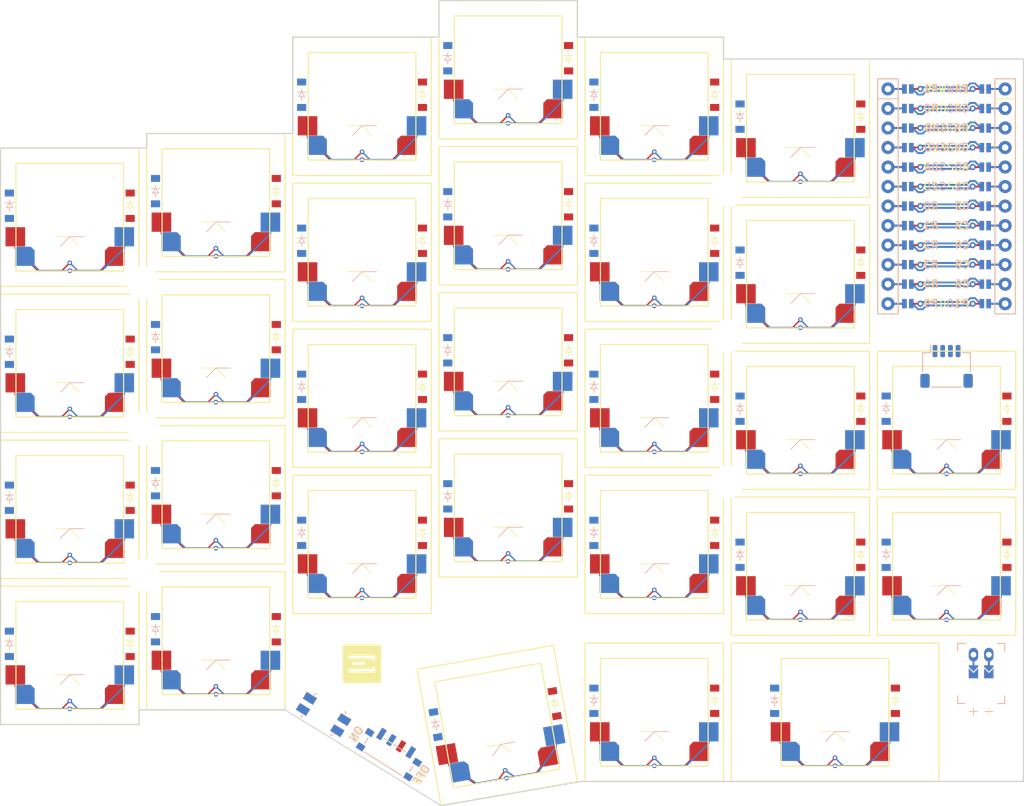
<source format=kicad_pcb>
(kicad_pcb (version 20240108) (generator "ergogen") (generator_version "4.2.1")
  (title_block (title "scyline_mx") (date "2025-12-24") (rev "1") (company "Scybin"))
  (layers (0 "F.Cu" signal) (31 "B.Cu" signal) (34 "B.Paste" user) (35 "F.Paste" user) (36 "B.SilkS" user "B.Silkscreen") (37 "F.SilkS" user "F.Silkscreen") (38 "B.Mask" user) (39 "F.Mask" user) (44 "Edge.Cuts" user))
  (net 0 "")
  (net 1 "C0")
  (net 2 "outer_bottom_B")
  (net 3 "GND")
  (net 4 "D1")
  (net 5 "D2")
  (net 6 "outer_home_B")
  (net 7 "outer_upper_B")
  (net 8 "outer_top_B")
  (net 9 "C1")
  (net 10 "pinky_bottom_B")
  (net 11 "pinky_home_B")
  (net 12 "pinky_upper_B")
  (net 13 "pinky_top_B")
  (net 14 "C2")
  (net 15 "ring_bottom_B")
  (net 16 "ring_home_B")
  (net 17 "ring_upper_B")
  (net 18 "ring_top_B")
  (net 19 "C3")
  (net 20 "middle_bottom_B")
  (net 21 "middle_home_B")
  (net 22 "middle_upper_B")
  (net 23 "middle_top_B")
  (net 24 "C4")
  (net 25 "index_bottom_B")
  (net 26 "index_home_B")
  (net 27 "index_upper_B")
  (net 28 "index_top_B")
  (net 29 "C5")
  (net 30 "inner_bottom_B")
  (net 31 "inner_home_B")
  (net 32 "inner_upper_B")
  (net 33 "inner_top_B")
  (net 34 "tuck_cluster_B")
  (net 35 "layer_cluster_B")
  (net 36 "space_cluster_B")
  (net 37 "C6")
  (net 38 "macro_bottom_B")
  (net 39 "macro_home_B")
  (net 40 "R3")
  (net 41 "R2")
  (net 42 "R1")
  (net 43 "R0")
  (net 44 "R4")
  (net 45 "RAW")
  (net 46 "RST")
  (net 47 "3V3")
  (net 48 "P10")
  (net 49 "P1")
  (net 50 "P0")
  (net 51 "SDA")
  (net 52 "SCL")
  (net 53 "P9")
  (net 54 "P101")
  (net 55 "P102")
  (net 56 "P107")
  (net 57 "MCU1_24")
  (net 58 "MCU1_1")
  (net 59 "MCU1_23")
  (net 60 "MCU1_2")
  (net 61 "MCU1_22")
  (net 62 "MCU1_3")
  (net 63 "MCU1_21")
  (net 64 "MCU1_4")
  (net 65 "MCU1_20")
  (net 66 "MCU1_5")
  (net 67 "MCU1_19")
  (net 68 "MCU1_6")
  (net 69 "MCU1_18")
  (net 70 "MCU1_7")
  (net 71 "MCU1_17")
  (net 72 "MCU1_8")
  (net 73 "MCU1_16")
  (net 74 "MCU1_9")
  (net 75 "MCU1_15")
  (net 76 "MCU1_10")
  (net 77 "MCU1_14")
  (net 78 "MCU1_11")
  (net 79 "MCU1_13")
  (net 80 "MCU1_12")
  (net 81 "BAT_P")
  (net 82 "JST1_1")
  (net 83 "JST1_2")
  (footprint "ceoloide:switch_mx" (layer "B.Cu") (at 100 150 180)
    (property "Reference" "S1" hide)
  )
  (segment (start 105.842 155.08) (end 103.963 156.959) (width 0.2) (layer "F.Cu") (net 2))
  (segment (start 103.963 156.959) (end 100 156.959) (width 0.2) (layer "F.Cu") (net 1))
  (via (at 100 156.959) (size 0.6) (drill 0.3) (layers "F.Cu" "B.Cu") (net 1))
  (segment (start 100 156.959) (end 96.037 156.9595) (width 0.2) (layer "B.Cu") (net 1))
  (segment (start 96.037 156.959) (end 94.158 155.08) (width 0.2) (layer "B.Cu") (net 1))
  (segment (start 100 155.93) (end 98.971 156.959) (width 0.2) (layer "F.Cu") (net 2))
  (segment (start 95.834 156.959) (end 92.915 154.04) (width 0.2) (layer "F.Cu") (net 2))
  (segment (start 92.915 154.04) (end 92.915 152.54) (width 0.2) (layer "F.Cu") (net 2))
  (segment (start 98.971 156.959) (end 95.834 156.959) (width 0.2) (layer "F.Cu") (net 2))
  (via (at 100 155.93) (size 0.6) (drill 0.3) (layers "F.Cu" "B.Cu") (net 2))
  (segment (start 104.166 156.959) (end 101.029 156.959) (width 0.2) (layer "B.Cu") (net 2))
  (segment (start 107.085 152.54) (end 107.085 154.04) (width 0.2) (layer "B.Cu") (net 2))
  (segment (start 107.085 154.04) (end 104.166 156.959) (width 0.2) (layer "B.Cu") (net 2))
  (segment (start 101.029 156.959) (end 100 155.93) (width 0.2) (layer "B.Cu") (net 2))
  (footprint "ceoloide:switch_mx" (layer "B.Cu") (at 100 131 180)
    (property "Reference" "S2" hide)
  )
  (segment (start 105.842 136.08) (end 103.963 137.959) (width 0.2) (layer "F.Cu") (net 6))
  (segment (start 103.963 137.959) (end 100 137.959) (width 0.2) (layer "F.Cu") (net 1))
  (via (at 100 137.959) (size 0.6) (drill 0.3) (layers "F.Cu" "B.Cu") (net 1))
  (segment (start 100 137.959) (end 96.037 137.9595) (width 0.2) (layer "B.Cu") (net 1))
  (segment (start 96.037 137.959) (end 94.158 136.08) (width 0.2) (layer "B.Cu") (net 1))
  (segment (start 100 136.93) (end 98.971 137.959) (width 0.2) (layer "F.Cu") (net 6))
  (segment (start 95.834 137.959) (end 92.915 135.04) (width 0.2) (layer "F.Cu") (net 6))
  (segment (start 92.915 135.04) (end 92.915 133.54) (width 0.2) (layer "F.Cu") (net 6))
  (segment (start 98.971 137.959) (end 95.834 137.959) (width 0.2) (layer "F.Cu") (net 6))
  (via (at 100 136.93) (size 0.6) (drill 0.3) (layers "F.Cu" "B.Cu") (net 6))
  (segment (start 104.166 137.959) (end 101.029 137.959) (width 0.2) (layer "B.Cu") (net 6))
  (segment (start 107.085 133.54) (end 107.085 135.04) (width 0.2) (layer "B.Cu") (net 6))
  (segment (start 107.085 135.04) (end 104.166 137.959) (width 0.2) (layer "B.Cu") (net 6))
  (segment (start 101.029 137.959) (end 100 136.93) (width 0.2) (layer "B.Cu") (net 6))
  (footprint "ceoloide:switch_mx" (layer "B.Cu") (at 100 112 180)
    (property "Reference" "S3" hide)
  )
  (segment (start 105.842 117.08) (end 103.963 118.959) (width 0.2) (layer "F.Cu") (net 7))
  (segment (start 103.963 118.959) (end 100 118.959) (width 0.2) (layer "F.Cu") (net 1))
  (via (at 100 118.959) (size 0.6) (drill 0.3) (layers "F.Cu" "B.Cu") (net 1))
  (segment (start 100 118.959) (end 96.037 118.9595) (width 0.2) (layer "B.Cu") (net 1))
  (segment (start 96.037 118.959) (end 94.158 117.08) (width 0.2) (layer "B.Cu") (net 1))
  (segment (start 100 117.93) (end 98.971 118.959) (width 0.2) (layer "F.Cu") (net 7))
  (segment (start 95.834 118.959) (end 92.915 116.04) (width 0.2) (layer "F.Cu") (net 7))
  (segment (start 92.915 116.04) (end 92.915 114.54) (width 0.2) (layer "F.Cu") (net 7))
  (segment (start 98.971 118.959) (end 95.834 118.959) (width 0.2) (layer "F.Cu") (net 7))
  (via (at 100 117.93) (size 0.6) (drill 0.3) (layers "F.Cu" "B.Cu") (net 7))
  (segment (start 104.166 118.959) (end 101.029 118.959) (width 0.2) (layer "B.Cu") (net 7))
  (segment (start 107.085 114.54) (end 107.085 116.04) (width 0.2) (layer "B.Cu") (net 7))
  (segment (start 107.085 116.04) (end 104.166 118.959) (width 0.2) (layer "B.Cu") (net 7))
  (segment (start 101.029 118.959) (end 100 117.93) (width 0.2) (layer "B.Cu") (net 7))
  (footprint "ceoloide:switch_mx" (layer "B.Cu") (at 100 93 180)
    (property "Reference" "S4" hide)
  )
  (segment (start 105.842 98.08) (end 103.963 99.959) (width 0.2) (layer "F.Cu") (net 8))
  (segment (start 103.963 99.959) (end 100 99.959) (width 0.2) (layer "F.Cu") (net 1))
  (via (at 100 99.959) (size 0.6) (drill 0.3) (layers "F.Cu" "B.Cu") (net 1))
  (segment (start 100 99.959) (end 96.037 99.9595) (width 0.2) (layer "B.Cu") (net 1))
  (segment (start 96.037 99.959) (end 94.158 98.08) (width 0.2) (layer "B.Cu") (net 1))
  (segment (start 100 98.93) (end 98.971 99.959) (width 0.2) (layer "F.Cu") (net 8))
  (segment (start 95.834 99.959) (end 92.915 97.04) (width 0.2) (layer "F.Cu") (net 8))
  (segment (start 92.915 97.04) (end 92.915 95.54) (width 0.2) (layer "F.Cu") (net 8))
  (segment (start 98.971 99.959) (end 95.834 99.959) (width 0.2) (layer "F.Cu") (net 8))
  (via (at 100 98.93) (size 0.6) (drill 0.3) (layers "F.Cu" "B.Cu") (net 8))
  (segment (start 104.166 99.959) (end 101.029 99.959) (width 0.2) (layer "B.Cu") (net 8))
  (segment (start 107.085 95.54) (end 107.085 97.04) (width 0.2) (layer "B.Cu") (net 8))
  (segment (start 107.085 97.04) (end 104.166 99.959) (width 0.2) (layer "B.Cu") (net 8))
  (segment (start 101.029 99.959) (end 100 98.93) (width 0.2) (layer "B.Cu") (net 8))
  (footprint "ceoloide:switch_mx" (layer "B.Cu") (at 119 148.1 180)
    (property "Reference" "S5" hide)
  )
  (segment (start 124.842 153.18) (end 122.963 155.059) (width 0.2) (layer "F.Cu") (net 10))
  (segment (start 122.963 155.059) (end 119 155.059) (width 0.2) (layer "F.Cu") (net 9))
  (via (at 119 155.059) (size 0.6) (drill 0.3) (layers "F.Cu" "B.Cu") (net 9))
  (segment (start 119 155.059) (end 115.037 155.05949999999999) (width 0.2) (layer "B.Cu") (net 9))
  (segment (start 115.037 155.059) (end 113.158 153.18) (width 0.2) (layer "B.Cu") (net 9))
  (segment (start 119 154.03) (end 117.971 155.059) (width 0.2) (layer "F.Cu") (net 10))
  (segment (start 114.834 155.059) (end 111.915 152.14) (width 0.2) (layer "F.Cu") (net 10))
  (segment (start 111.915 152.14) (end 111.915 150.64) (width 0.2) (layer "F.Cu") (net 10))
  (segment (start 117.971 155.059) (end 114.834 155.059) (width 0.2) (layer "F.Cu") (net 10))
  (via (at 119 154.03) (size 0.6) (drill 0.3) (layers "F.Cu" "B.Cu") (net 10))
  (segment (start 123.166 155.059) (end 120.029 155.059) (width 0.2) (layer "B.Cu") (net 10))
  (segment (start 126.085 150.64) (end 126.085 152.14) (width 0.2) (layer "B.Cu") (net 10))
  (segment (start 126.085 152.14) (end 123.166 155.059) (width 0.2) (layer "B.Cu") (net 10))
  (segment (start 120.029 155.059) (end 119 154.03) (width 0.2) (layer "B.Cu") (net 10))
  (footprint "ceoloide:switch_mx" (layer "B.Cu") (at 119 129.1 180)
    (property "Reference" "S6" hide)
  )
  (segment (start 124.842 134.18) (end 122.963 136.059) (width 0.2) (layer "F.Cu") (net 11))
  (segment (start 122.963 136.059) (end 119 136.059) (width 0.2) (layer "F.Cu") (net 9))
  (via (at 119 136.059) (size 0.6) (drill 0.3) (layers "F.Cu" "B.Cu") (net 9))
  (segment (start 119 136.059) (end 115.037 136.05949999999999) (width 0.2) (layer "B.Cu") (net 9))
  (segment (start 115.037 136.059) (end 113.158 134.18) (width 0.2) (layer "B.Cu") (net 9))
  (segment (start 119 135.03) (end 117.971 136.059) (width 0.2) (layer "F.Cu") (net 11))
  (segment (start 114.834 136.059) (end 111.915 133.14) (width 0.2) (layer "F.Cu") (net 11))
  (segment (start 111.915 133.14) (end 111.915 131.64) (width 0.2) (layer "F.Cu") (net 11))
  (segment (start 117.971 136.059) (end 114.834 136.059) (width 0.2) (layer "F.Cu") (net 11))
  (via (at 119 135.03) (size 0.6) (drill 0.3) (layers "F.Cu" "B.Cu") (net 11))
  (segment (start 123.166 136.059) (end 120.029 136.059) (width 0.2) (layer "B.Cu") (net 11))
  (segment (start 126.085 131.64) (end 126.085 133.14) (width 0.2) (layer "B.Cu") (net 11))
  (segment (start 126.085 133.14) (end 123.166 136.059) (width 0.2) (layer "B.Cu") (net 11))
  (segment (start 120.029 136.059) (end 119 135.03) (width 0.2) (layer "B.Cu") (net 11))
  (footprint "ceoloide:switch_mx" (layer "B.Cu") (at 119 110.1 180)
    (property "Reference" "S7" hide)
  )
  (segment (start 124.842 115.17999999999999) (end 122.963 117.059) (width 0.2) (layer "F.Cu") (net 12))
  (segment (start 122.963 117.059) (end 119 117.059) (width 0.2) (layer "F.Cu") (net 9))
  (via (at 119 117.059) (size 0.6) (drill 0.3) (layers "F.Cu" "B.Cu") (net 9))
  (segment (start 119 117.059) (end 115.037 117.0595) (width 0.2) (layer "B.Cu") (net 9))
  (segment (start 115.037 117.059) (end 113.158 115.17999999999999) (width 0.2) (layer "B.Cu") (net 9))
  (segment (start 119 116.03) (end 117.971 117.059) (width 0.2) (layer "F.Cu") (net 12))
  (segment (start 114.834 117.059) (end 111.915 114.14) (width 0.2) (layer "F.Cu") (net 12))
  (segment (start 111.915 114.14) (end 111.915 112.64) (width 0.2) (layer "F.Cu") (net 12))
  (segment (start 117.971 117.059) (end 114.834 117.059) (width 0.2) (layer "F.Cu") (net 12))
  (via (at 119 116.03) (size 0.6) (drill 0.3) (layers "F.Cu" "B.Cu") (net 12))
  (segment (start 123.166 117.059) (end 120.029 117.059) (width 0.2) (layer "B.Cu") (net 12))
  (segment (start 126.085 112.64) (end 126.085 114.14) (width 0.2) (layer "B.Cu") (net 12))
  (segment (start 126.085 114.14) (end 123.166 117.059) (width 0.2) (layer "B.Cu") (net 12))
  (segment (start 120.029 117.059) (end 119 116.03) (width 0.2) (layer "B.Cu") (net 12))
  (footprint "ceoloide:switch_mx" (layer "B.Cu") (at 119 91.1 180)
    (property "Reference" "S8" hide)
  )
  (segment (start 124.842 96.17999999999999) (end 122.963 98.059) (width 0.2) (layer "F.Cu") (net 13))
  (segment (start 122.963 98.059) (end 119 98.059) (width 0.2) (layer "F.Cu") (net 9))
  (via (at 119 98.059) (size 0.6) (drill 0.3) (layers "F.Cu" "B.Cu") (net 9))
  (segment (start 119 98.059) (end 115.037 98.0595) (width 0.2) (layer "B.Cu") (net 9))
  (segment (start 115.037 98.059) (end 113.158 96.17999999999999) (width 0.2) (layer "B.Cu") (net 9))
  (segment (start 119 97.03) (end 117.971 98.059) (width 0.2) (layer "F.Cu") (net 13))
  (segment (start 114.834 98.059) (end 111.915 95.14) (width 0.2) (layer "F.Cu") (net 13))
  (segment (start 111.915 95.14) (end 111.915 93.64) (width 0.2) (layer "F.Cu") (net 13))
  (segment (start 117.971 98.059) (end 114.834 98.059) (width 0.2) (layer "F.Cu") (net 13))
  (via (at 119 97.03) (size 0.6) (drill 0.3) (layers "F.Cu" "B.Cu") (net 13))
  (segment (start 123.166 98.059) (end 120.029 98.059) (width 0.2) (layer "B.Cu") (net 13))
  (segment (start 126.085 93.64) (end 126.085 95.14) (width 0.2) (layer "B.Cu") (net 13))
  (segment (start 126.085 95.14) (end 123.166 98.059) (width 0.2) (layer "B.Cu") (net 13))
  (segment (start 120.029 98.059) (end 119 97.03) (width 0.2) (layer "B.Cu") (net 13))
  (footprint "ceoloide:switch_mx" (layer "B.Cu") (at 138 135.56 180)
    (property "Reference" "S9" hide)
  )
  (segment (start 143.842 140.64000000000001) (end 141.963 142.519) (width 0.2) (layer "F.Cu") (net 15))
  (segment (start 141.963 142.519) (end 138 142.519) (width 0.2) (layer "F.Cu") (net 14))
  (via (at 138 142.519) (size 0.6) (drill 0.3) (layers "F.Cu" "B.Cu") (net 14))
  (segment (start 138 142.519) (end 134.037 142.5195) (width 0.2) (layer "B.Cu") (net 14))
  (segment (start 134.037 142.519) (end 132.158 140.64000000000001) (width 0.2) (layer "B.Cu") (net 14))
  (segment (start 138 141.49) (end 136.971 142.519) (width 0.2) (layer "F.Cu") (net 15))
  (segment (start 133.834 142.519) (end 130.915 139.6) (width 0.2) (layer "F.Cu") (net 15))
  (segment (start 130.915 139.6) (end 130.915 138.1) (width 0.2) (layer "F.Cu") (net 15))
  (segment (start 136.971 142.519) (end 133.834 142.519) (width 0.2) (layer "F.Cu") (net 15))
  (via (at 138 141.49) (size 0.6) (drill 0.3) (layers "F.Cu" "B.Cu") (net 15))
  (segment (start 142.166 142.519) (end 139.029 142.519) (width 0.2) (layer "B.Cu") (net 15))
  (segment (start 145.085 138.1) (end 145.085 139.6) (width 0.2) (layer "B.Cu") (net 15))
  (segment (start 145.085 139.6) (end 142.166 142.519) (width 0.2) (layer "B.Cu") (net 15))
  (segment (start 139.029 142.519) (end 138 141.49) (width 0.2) (layer "B.Cu") (net 15))
  (footprint "ceoloide:switch_mx" (layer "B.Cu") (at 138 116.56 180)
    (property "Reference" "S10" hide)
  )
  (segment (start 143.842 121.64) (end 141.963 123.519) (width 0.2) (layer "F.Cu") (net 16))
  (segment (start 141.963 123.519) (end 138 123.519) (width 0.2) (layer "F.Cu") (net 14))
  (via (at 138 123.519) (size 0.6) (drill 0.3) (layers "F.Cu" "B.Cu") (net 14))
  (segment (start 138 123.519) (end 134.037 123.51950000000001) (width 0.2) (layer "B.Cu") (net 14))
  (segment (start 134.037 123.519) (end 132.158 121.64) (width 0.2) (layer "B.Cu") (net 14))
  (segment (start 138 122.49000000000001) (end 136.971 123.519) (width 0.2) (layer "F.Cu") (net 16))
  (segment (start 133.834 123.519) (end 130.915 120.60000000000001) (width 0.2) (layer "F.Cu") (net 16))
  (segment (start 130.915 120.60000000000001) (end 130.915 119.10000000000001) (width 0.2) (layer "F.Cu") (net 16))
  (segment (start 136.971 123.519) (end 133.834 123.519) (width 0.2) (layer "F.Cu") (net 16))
  (via (at 138 122.49000000000001) (size 0.6) (drill 0.3) (layers "F.Cu" "B.Cu") (net 16))
  (segment (start 142.166 123.519) (end 139.029 123.519) (width 0.2) (layer "B.Cu") (net 16))
  (segment (start 145.085 119.10000000000001) (end 145.085 120.60000000000001) (width 0.2) (layer "B.Cu") (net 16))
  (segment (start 145.085 120.60000000000001) (end 142.166 123.519) (width 0.2) (layer "B.Cu") (net 16))
  (segment (start 139.029 123.519) (end 138 122.49000000000001) (width 0.2) (layer "B.Cu") (net 16))
  (footprint "ceoloide:switch_mx" (layer "B.Cu") (at 138 97.56 180)
    (property "Reference" "S11" hide)
  )
  (segment (start 143.842 102.64) (end 141.963 104.519) (width 0.2) (layer "F.Cu") (net 17))
  (segment (start 141.963 104.519) (end 138 104.519) (width 0.2) (layer "F.Cu") (net 14))
  (via (at 138 104.519) (size 0.6) (drill 0.3) (layers "F.Cu" "B.Cu") (net 14))
  (segment (start 138 104.519) (end 134.037 104.51950000000001) (width 0.2) (layer "B.Cu") (net 14))
  (segment (start 134.037 104.519) (end 132.158 102.64) (width 0.2) (layer "B.Cu") (net 14))
  (segment (start 138 103.49000000000001) (end 136.971 104.519) (width 0.2) (layer "F.Cu") (net 17))
  (segment (start 133.834 104.519) (end 130.915 101.60000000000001) (width 0.2) (layer "F.Cu") (net 17))
  (segment (start 130.915 101.60000000000001) (end 130.915 100.10000000000001) (width 0.2) (layer "F.Cu") (net 17))
  (segment (start 136.971 104.519) (end 133.834 104.519) (width 0.2) (layer "F.Cu") (net 17))
  (via (at 138 103.49000000000001) (size 0.6) (drill 0.3) (layers "F.Cu" "B.Cu") (net 17))
  (segment (start 142.166 104.519) (end 139.029 104.519) (width 0.2) (layer "B.Cu") (net 17))
  (segment (start 145.085 100.10000000000001) (end 145.085 101.60000000000001) (width 0.2) (layer "B.Cu") (net 17))
  (segment (start 145.085 101.60000000000001) (end 142.166 104.519) (width 0.2) (layer "B.Cu") (net 17))
  (segment (start 139.029 104.519) (end 138 103.49000000000001) (width 0.2) (layer "B.Cu") (net 17))
  (footprint "ceoloide:switch_mx" (layer "B.Cu") (at 138 78.56 180)
    (property "Reference" "S12" hide)
  )
  (segment (start 143.842 83.64) (end 141.963 85.519) (width 0.2) (layer "F.Cu") (net 18))
  (segment (start 141.963 85.519) (end 138 85.519) (width 0.2) (layer "F.Cu") (net 14))
  (via (at 138 85.519) (size 0.6) (drill 0.3) (layers "F.Cu" "B.Cu") (net 14))
  (segment (start 138 85.519) (end 134.037 85.51950000000001) (width 0.2) (layer "B.Cu") (net 14))
  (segment (start 134.037 85.519) (end 132.158 83.64) (width 0.2) (layer "B.Cu") (net 14))
  (segment (start 138 84.49000000000001) (end 136.971 85.519) (width 0.2) (layer "F.Cu") (net 18))
  (segment (start 133.834 85.519) (end 130.915 82.60000000000001) (width 0.2) (layer "F.Cu") (net 18))
  (segment (start 130.915 82.60000000000001) (end 130.915 81.10000000000001) (width 0.2) (layer "F.Cu") (net 18))
  (segment (start 136.971 85.519) (end 133.834 85.519) (width 0.2) (layer "F.Cu") (net 18))
  (via (at 138 84.49000000000001) (size 0.6) (drill 0.3) (layers "F.Cu" "B.Cu") (net 18))
  (segment (start 142.166 85.519) (end 139.029 85.519) (width 0.2) (layer "B.Cu") (net 18))
  (segment (start 145.085 81.10000000000001) (end 145.085 82.60000000000001) (width 0.2) (layer "B.Cu") (net 18))
  (segment (start 145.085 82.60000000000001) (end 142.166 85.519) (width 0.2) (layer "B.Cu") (net 18))
  (segment (start 139.029 85.519) (end 138 84.49000000000001) (width 0.2) (layer "B.Cu") (net 18))
  (footprint "ceoloide:switch_mx" (layer "B.Cu") (at 157 130.81 180)
    (property "Reference" "S13" hide)
  )
  (segment (start 162.842 135.89000000000001) (end 160.963 137.769) (width 0.2) (layer "F.Cu") (net 20))
  (segment (start 160.963 137.769) (end 157 137.769) (width 0.2) (layer "F.Cu") (net 19))
  (via (at 157 137.769) (size 0.6) (drill 0.3) (layers "F.Cu" "B.Cu") (net 19))
  (segment (start 157 137.769) (end 153.037 137.7695) (width 0.2) (layer "B.Cu") (net 19))
  (segment (start 153.037 137.769) (end 151.158 135.89000000000001) (width 0.2) (layer "B.Cu") (net 19))
  (segment (start 157 136.74) (end 155.971 137.769) (width 0.2) (layer "F.Cu") (net 20))
  (segment (start 152.834 137.769) (end 149.915 134.85) (width 0.2) (layer "F.Cu") (net 20))
  (segment (start 149.915 134.85) (end 149.915 133.35) (width 0.2) (layer "F.Cu") (net 20))
  (segment (start 155.971 137.769) (end 152.834 137.769) (width 0.2) (layer "F.Cu") (net 20))
  (via (at 157 136.74) (size 0.6) (drill 0.3) (layers "F.Cu" "B.Cu") (net 20))
  (segment (start 161.166 137.769) (end 158.029 137.769) (width 0.2) (layer "B.Cu") (net 20))
  (segment (start 164.085 133.35) (end 164.085 134.85) (width 0.2) (layer "B.Cu") (net 20))
  (segment (start 164.085 134.85) (end 161.166 137.769) (width 0.2) (layer "B.Cu") (net 20))
  (segment (start 158.029 137.769) (end 157 136.74) (width 0.2) (layer "B.Cu") (net 20))
  (footprint "ceoloide:switch_mx" (layer "B.Cu") (at 157 111.81 180)
    (property "Reference" "S14" hide)
  )
  (segment (start 162.842 116.89) (end 160.963 118.769) (width 0.2) (layer "F.Cu") (net 21))
  (segment (start 160.963 118.769) (end 157 118.769) (width 0.2) (layer "F.Cu") (net 19))
  (via (at 157 118.769) (size 0.6) (drill 0.3) (layers "F.Cu" "B.Cu") (net 19))
  (segment (start 157 118.769) (end 153.037 118.76950000000001) (width 0.2) (layer "B.Cu") (net 19))
  (segment (start 153.037 118.769) (end 151.158 116.89) (width 0.2) (layer "B.Cu") (net 19))
  (segment (start 157 117.74000000000001) (end 155.971 118.769) (width 0.2) (layer "F.Cu") (net 21))
  (segment (start 152.834 118.769) (end 149.915 115.85000000000001) (width 0.2) (layer "F.Cu") (net 21))
  (segment (start 149.915 115.85000000000001) (end 149.915 114.35000000000001) (width 0.2) (layer "F.Cu") (net 21))
  (segment (start 155.971 118.769) (end 152.834 118.769) (width 0.2) (layer "F.Cu") (net 21))
  (via (at 157 117.74000000000001) (size 0.6) (drill 0.3) (layers "F.Cu" "B.Cu") (net 21))
  (segment (start 161.166 118.769) (end 158.029 118.769) (width 0.2) (layer "B.Cu") (net 21))
  (segment (start 164.085 114.35000000000001) (end 164.085 115.85000000000001) (width 0.2) (layer "B.Cu") (net 21))
  (segment (start 164.085 115.85000000000001) (end 161.166 118.769) (width 0.2) (layer "B.Cu") (net 21))
  (segment (start 158.029 118.769) (end 157 117.74000000000001) (width 0.2) (layer "B.Cu") (net 21))
  (footprint "ceoloide:switch_mx" (layer "B.Cu") (at 157 92.81 180)
    (property "Reference" "S15" hide)
  )
  (segment (start 162.842 97.89) (end 160.963 99.769) (width 0.2) (layer "F.Cu") (net 22))
  (segment (start 160.963 99.769) (end 157 99.769) (width 0.2) (layer "F.Cu") (net 19))
  (via (at 157 99.769) (size 0.6) (drill 0.3) (layers "F.Cu" "B.Cu") (net 19))
  (segment (start 157 99.769) (end 153.037 99.76950000000001) (width 0.2) (layer "B.Cu") (net 19))
  (segment (start 153.037 99.769) (end 151.158 97.89) (width 0.2) (layer "B.Cu") (net 19))
  (segment (start 157 98.74000000000001) (end 155.971 99.769) (width 0.2) (layer "F.Cu") (net 22))
  (segment (start 152.834 99.769) (end 149.915 96.85000000000001) (width 0.2) (layer "F.Cu") (net 22))
  (segment (start 149.915 96.85000000000001) (end 149.915 95.35000000000001) (width 0.2) (layer "F.Cu") (net 22))
  (segment (start 155.971 99.769) (end 152.834 99.769) (width 0.2) (layer "F.Cu") (net 22))
  (via (at 157 98.74000000000001) (size 0.6) (drill 0.3) (layers "F.Cu" "B.Cu") (net 22))
  (segment (start 161.166 99.769) (end 158.029 99.769) (width 0.2) (layer "B.Cu") (net 22))
  (segment (start 164.085 95.35000000000001) (end 164.085 96.85000000000001) (width 0.2) (layer "B.Cu") (net 22))
  (segment (start 164.085 96.85000000000001) (end 161.166 99.769) (width 0.2) (layer "B.Cu") (net 22))
  (segment (start 158.029 99.769) (end 157 98.74000000000001) (width 0.2) (layer "B.Cu") (net 22))
  (footprint "ceoloide:switch_mx" (layer "B.Cu") (at 157 73.81 180)
    (property "Reference" "S16" hide)
  )
  (segment (start 162.842 78.89) (end 160.963 80.769) (width 0.2) (layer "F.Cu") (net 23))
  (segment (start 160.963 80.769) (end 157 80.769) (width 0.2) (layer "F.Cu") (net 19))
  (via (at 157 80.769) (size 0.6) (drill 0.3) (layers "F.Cu" "B.Cu") (net 19))
  (segment (start 157 80.769) (end 153.037 80.76950000000001) (width 0.2) (layer "B.Cu") (net 19))
  (segment (start 153.037 80.769) (end 151.158 78.89) (width 0.2) (layer "B.Cu") (net 19))
  (segment (start 157 79.74000000000001) (end 155.971 80.769) (width 0.2) (layer "F.Cu") (net 23))
  (segment (start 152.834 80.769) (end 149.915 77.85000000000001) (width 0.2) (layer "F.Cu") (net 23))
  (segment (start 149.915 77.85000000000001) (end 149.915 76.35000000000001) (width 0.2) (layer "F.Cu") (net 23))
  (segment (start 155.971 80.769) (end 152.834 80.769) (width 0.2) (layer "F.Cu") (net 23))
  (via (at 157 79.74000000000001) (size 0.6) (drill 0.3) (layers "F.Cu" "B.Cu") (net 23))
  (segment (start 161.166 80.769) (end 158.029 80.769) (width 0.2) (layer "B.Cu") (net 23))
  (segment (start 164.085 76.35000000000001) (end 164.085 77.85000000000001) (width 0.2) (layer "B.Cu") (net 23))
  (segment (start 164.085 77.85000000000001) (end 161.166 80.769) (width 0.2) (layer "B.Cu") (net 23))
  (segment (start 158.029 80.769) (end 157 79.74000000000001) (width 0.2) (layer "B.Cu") (net 23))
  (footprint "ceoloide:switch_mx" (layer "B.Cu") (at 176 135.56 180)
    (property "Reference" "S17" hide)
  )
  (segment (start 181.842 140.64000000000001) (end 179.963 142.519) (width 0.2) (layer "F.Cu") (net 25))
  (segment (start 179.963 142.519) (end 176 142.519) (width 0.2) (layer "F.Cu") (net 24))
  (via (at 176 142.519) (size 0.6) (drill 0.3) (layers "F.Cu" "B.Cu") (net 24))
  (segment (start 176 142.519) (end 172.037 142.5195) (width 0.2) (layer "B.Cu") (net 24))
  (segment (start 172.037 142.519) (end 170.158 140.64000000000001) (width 0.2) (layer "B.Cu") (net 24))
  (segment (start 176 141.49) (end 174.971 142.519) (width 0.2) (layer "F.Cu") (net 25))
  (segment (start 171.834 142.519) (end 168.915 139.6) (width 0.2) (layer "F.Cu") (net 25))
  (segment (start 168.915 139.6) (end 168.915 138.1) (width 0.2) (layer "F.Cu") (net 25))
  (segment (start 174.971 142.519) (end 171.834 142.519) (width 0.2) (layer "F.Cu") (net 25))
  (via (at 176 141.49) (size 0.6) (drill 0.3) (layers "F.Cu" "B.Cu") (net 25))
  (segment (start 180.166 142.519) (end 177.029 142.519) (width 0.2) (layer "B.Cu") (net 25))
  (segment (start 183.085 138.1) (end 183.085 139.6) (width 0.2) (layer "B.Cu") (net 25))
  (segment (start 183.085 139.6) (end 180.166 142.519) (width 0.2) (layer "B.Cu") (net 25))
  (segment (start 177.029 142.519) (end 176 141.49) (width 0.2) (layer "B.Cu") (net 25))
  (footprint "ceoloide:switch_mx" (layer "B.Cu") (at 176 116.56 180)
    (property "Reference" "S18" hide)
  )
  (segment (start 181.842 121.64) (end 179.963 123.519) (width 0.2) (layer "F.Cu") (net 26))
  (segment (start 179.963 123.519) (end 176 123.519) (width 0.2) (layer "F.Cu") (net 24))
  (via (at 176 123.519) (size 0.6) (drill 0.3) (layers "F.Cu" "B.Cu") (net 24))
  (segment (start 176 123.519) (end 172.037 123.51950000000001) (width 0.2) (layer "B.Cu") (net 24))
  (segment (start 172.037 123.519) (end 170.158 121.64) (width 0.2) (layer "B.Cu") (net 24))
  (segment (start 176 122.49000000000001) (end 174.971 123.519) (width 0.2) (layer "F.Cu") (net 26))
  (segment (start 171.834 123.519) (end 168.915 120.60000000000001) (width 0.2) (layer "F.Cu") (net 26))
  (segment (start 168.915 120.60000000000001) (end 168.915 119.10000000000001) (width 0.2) (layer "F.Cu") (net 26))
  (segment (start 174.971 123.519) (end 171.834 123.519) (width 0.2) (layer "F.Cu") (net 26))
  (via (at 176 122.49000000000001) (size 0.6) (drill 0.3) (layers "F.Cu" "B.Cu") (net 26))
  (segment (start 180.166 123.519) (end 177.029 123.519) (width 0.2) (layer "B.Cu") (net 26))
  (segment (start 183.085 119.10000000000001) (end 183.085 120.60000000000001) (width 0.2) (layer "B.Cu") (net 26))
  (segment (start 183.085 120.60000000000001) (end 180.166 123.519) (width 0.2) (layer "B.Cu") (net 26))
  (segment (start 177.029 123.519) (end 176 122.49000000000001) (width 0.2) (layer "B.Cu") (net 26))
  (footprint "ceoloide:switch_mx" (layer "B.Cu") (at 176 97.56 180)
    (property "Reference" "S19" hide)
  )
  (segment (start 181.842 102.64) (end 179.963 104.519) (width 0.2) (layer "F.Cu") (net 27))
  (segment (start 179.963 104.519) (end 176 104.519) (width 0.2) (layer "F.Cu") (net 24))
  (via (at 176 104.519) (size 0.6) (drill 0.3) (layers "F.Cu" "B.Cu") (net 24))
  (segment (start 176 104.519) (end 172.037 104.51950000000001) (width 0.2) (layer "B.Cu") (net 24))
  (segment (start 172.037 104.519) (end 170.158 102.64) (width 0.2) (layer "B.Cu") (net 24))
  (segment (start 176 103.49000000000001) (end 174.971 104.519) (width 0.2) (layer "F.Cu") (net 27))
  (segment (start 171.834 104.519) (end 168.915 101.60000000000001) (width 0.2) (layer "F.Cu") (net 27))
  (segment (start 168.915 101.60000000000001) (end 168.915 100.10000000000001) (width 0.2) (layer "F.Cu") (net 27))
  (segment (start 174.971 104.519) (end 171.834 104.519) (width 0.2) (layer "F.Cu") (net 27))
  (via (at 176 103.49000000000001) (size 0.6) (drill 0.3) (layers "F.Cu" "B.Cu") (net 27))
  (segment (start 180.166 104.519) (end 177.029 104.519) (width 0.2) (layer "B.Cu") (net 27))
  (segment (start 183.085 100.10000000000001) (end 183.085 101.60000000000001) (width 0.2) (layer "B.Cu") (net 27))
  (segment (start 183.085 101.60000000000001) (end 180.166 104.519) (width 0.2) (layer "B.Cu") (net 27))
  (segment (start 177.029 104.519) (end 176 103.49000000000001) (width 0.2) (layer "B.Cu") (net 27))
  (footprint "ceoloide:switch_mx" (layer "B.Cu") (at 176 78.56 180)
    (property "Reference" "S20" hide)
  )
  (segment (start 181.842 83.64) (end 179.963 85.519) (width 0.2) (layer "F.Cu") (net 28))
  (segment (start 179.963 85.519) (end 176 85.519) (width 0.2) (layer "F.Cu") (net 24))
  (via (at 176 85.519) (size 0.6) (drill 0.3) (layers "F.Cu" "B.Cu") (net 24))
  (segment (start 176 85.519) (end 172.037 85.51950000000001) (width 0.2) (layer "B.Cu") (net 24))
  (segment (start 172.037 85.519) (end 170.158 83.64) (width 0.2) (layer "B.Cu") (net 24))
  (segment (start 176 84.49000000000001) (end 174.971 85.519) (width 0.2) (layer "F.Cu") (net 28))
  (segment (start 171.834 85.519) (end 168.915 82.60000000000001) (width 0.2) (layer "F.Cu") (net 28))
  (segment (start 168.915 82.60000000000001) (end 168.915 81.10000000000001) (width 0.2) (layer "F.Cu") (net 28))
  (segment (start 174.971 85.519) (end 171.834 85.519) (width 0.2) (layer "F.Cu") (net 28))
  (via (at 176 84.49000000000001) (size 0.6) (drill 0.3) (layers "F.Cu" "B.Cu") (net 28))
  (segment (start 180.166 85.519) (end 177.029 85.519) (width 0.2) (layer "B.Cu") (net 28))
  (segment (start 183.085 81.10000000000001) (end 183.085 82.60000000000001) (width 0.2) (layer "B.Cu") (net 28))
  (segment (start 183.085 82.60000000000001) (end 180.166 85.519) (width 0.2) (layer "B.Cu") (net 28))
  (segment (start 177.029 85.519) (end 176 84.49000000000001) (width 0.2) (layer "B.Cu") (net 28))
  (footprint "ceoloide:switch_mx" (layer "B.Cu") (at 195 138.41 180)
    (property "Reference" "S21" hide)
  )
  (segment (start 200.842 143.49) (end 198.963 145.369) (width 0.2) (layer "F.Cu") (net 30))
  (segment (start 198.963 145.369) (end 195 145.369) (width 0.2) (layer "F.Cu") (net 29))
  (via (at 195 145.369) (size 0.6) (drill 0.3) (layers "F.Cu" "B.Cu") (net 29))
  (segment (start 195 145.369) (end 191.037 145.3695) (width 0.2) (layer "B.Cu") (net 29))
  (segment (start 191.037 145.369) (end 189.158 143.49) (width 0.2) (layer "B.Cu") (net 29))
  (segment (start 195 144.34) (end 193.971 145.369) (width 0.2) (layer "F.Cu") (net 30))
  (segment (start 190.834 145.369) (end 187.915 142.45) (width 0.2) (layer "F.Cu") (net 30))
  (segment (start 187.915 142.45) (end 187.915 140.95) (width 0.2) (layer "F.Cu") (net 30))
  (segment (start 193.971 145.369) (end 190.834 145.369) (width 0.2) (layer "F.Cu") (net 30))
  (via (at 195 144.34) (size 0.6) (drill 0.3) (layers "F.Cu" "B.Cu") (net 30))
  (segment (start 199.166 145.369) (end 196.029 145.369) (width 0.2) (layer "B.Cu") (net 30))
  (segment (start 202.085 140.95) (end 202.085 142.45) (width 0.2) (layer "B.Cu") (net 30))
  (segment (start 202.085 142.45) (end 199.166 145.369) (width 0.2) (layer "B.Cu") (net 30))
  (segment (start 196.029 145.369) (end 195 144.34) (width 0.2) (layer "B.Cu") (net 30))
  (footprint "ceoloide:switch_mx" (layer "B.Cu") (at 195 119.41 180)
    (property "Reference" "S22" hide)
  )
  (segment (start 200.842 124.49) (end 198.963 126.369) (width 0.2) (layer "F.Cu") (net 31))
  (segment (start 198.963 126.369) (end 195 126.369) (width 0.2) (layer "F.Cu") (net 29))
  (via (at 195 126.369) (size 0.6) (drill 0.3) (layers "F.Cu" "B.Cu") (net 29))
  (segment (start 195 126.369) (end 191.037 126.3695) (width 0.2) (layer "B.Cu") (net 29))
  (segment (start 191.037 126.369) (end 189.158 124.49) (width 0.2) (layer "B.Cu") (net 29))
  (segment (start 195 125.34) (end 193.971 126.369) (width 0.2) (layer "F.Cu") (net 31))
  (segment (start 190.834 126.369) (end 187.915 123.45) (width 0.2) (layer "F.Cu") (net 31))
  (segment (start 187.915 123.45) (end 187.915 121.95) (width 0.2) (layer "F.Cu") (net 31))
  (segment (start 193.971 126.369) (end 190.834 126.369) (width 0.2) (layer "F.Cu") (net 31))
  (via (at 195 125.34) (size 0.6) (drill 0.3) (layers "F.Cu" "B.Cu") (net 31))
  (segment (start 199.166 126.369) (end 196.029 126.369) (width 0.2) (layer "B.Cu") (net 31))
  (segment (start 202.085 121.95) (end 202.085 123.45) (width 0.2) (layer "B.Cu") (net 31))
  (segment (start 202.085 123.45) (end 199.166 126.369) (width 0.2) (layer "B.Cu") (net 31))
  (segment (start 196.029 126.369) (end 195 125.34) (width 0.2) (layer "B.Cu") (net 31))
  (footprint "ceoloide:switch_mx" (layer "B.Cu") (at 195 100.41 180)
    (property "Reference" "S23" hide)
  )
  (segment (start 200.842 105.49) (end 198.963 107.369) (width 0.2) (layer "F.Cu") (net 32))
  (segment (start 198.963 107.369) (end 195 107.369) (width 0.2) (layer "F.Cu") (net 29))
  (via (at 195 107.369) (size 0.6) (drill 0.3) (layers "F.Cu" "B.Cu") (net 29))
  (segment (start 195 107.369) (end 191.037 107.3695) (width 0.2) (layer "B.Cu") (net 29))
  (segment (start 191.037 107.369) (end 189.158 105.49) (width 0.2) (layer "B.Cu") (net 29))
  (segment (start 195 106.34) (end 193.971 107.369) (width 0.2) (layer "F.Cu") (net 32))
  (segment (start 190.834 107.369) (end 187.915 104.45) (width 0.2) (layer "F.Cu") (net 32))
  (segment (start 187.915 104.45) (end 187.915 102.95) (width 0.2) (layer "F.Cu") (net 32))
  (segment (start 193.971 107.369) (end 190.834 107.369) (width 0.2) (layer "F.Cu") (net 32))
  (via (at 195 106.34) (size 0.6) (drill 0.3) (layers "F.Cu" "B.Cu") (net 32))
  (segment (start 199.166 107.369) (end 196.029 107.369) (width 0.2) (layer "B.Cu") (net 32))
  (segment (start 202.085 102.95) (end 202.085 104.45) (width 0.2) (layer "B.Cu") (net 32))
  (segment (start 202.085 104.45) (end 199.166 107.369) (width 0.2) (layer "B.Cu") (net 32))
  (segment (start 196.029 107.369) (end 195 106.34) (width 0.2) (layer "B.Cu") (net 32))
  (footprint "ceoloide:switch_mx" (layer "B.Cu") (at 195 81.41 180)
    (property "Reference" "S24" hide)
  )
  (segment (start 200.842 86.49) (end 198.963 88.369) (width 0.2) (layer "F.Cu") (net 33))
  (segment (start 198.963 88.369) (end 195 88.369) (width 0.2) (layer "F.Cu") (net 29))
  (via (at 195 88.369) (size 0.6) (drill 0.3) (layers "F.Cu" "B.Cu") (net 29))
  (segment (start 195 88.369) (end 191.037 88.3695) (width 0.2) (layer "B.Cu") (net 29))
  (segment (start 191.037 88.369) (end 189.158 86.49) (width 0.2) (layer "B.Cu") (net 29))
  (segment (start 195 87.34) (end 193.971 88.369) (width 0.2) (layer "F.Cu") (net 33))
  (segment (start 190.834 88.369) (end 187.915 85.45) (width 0.2) (layer "F.Cu") (net 33))
  (segment (start 187.915 85.45) (end 187.915 83.95) (width 0.2) (layer "F.Cu") (net 33))
  (segment (start 193.971 88.369) (end 190.834 88.369) (width 0.2) (layer "F.Cu") (net 33))
  (via (at 195 87.34) (size 0.6) (drill 0.3) (layers "F.Cu" "B.Cu") (net 33))
  (segment (start 199.166 88.369) (end 196.029 88.369) (width 0.2) (layer "B.Cu") (net 33))
  (segment (start 202.085 83.95) (end 202.085 85.45) (width 0.2) (layer "B.Cu") (net 33))
  (segment (start 202.085 85.45) (end 199.166 88.369) (width 0.2) (layer "B.Cu") (net 33))
  (segment (start 196.029 88.369) (end 195 87.34) (width 0.2) (layer "B.Cu") (net 33))
  (footprint "ceoloide:switch_mx" (layer "B.Cu") (at 155.575 159.12 190)
    (property "Reference" "S25" hide)
  )
  (segment (start 162.21037959999998 163.1083707) (end 160.6862108 165.2851094) (width 0.2) (layer "F.Cu") (net 34))
  (segment (start 160.6862108 165.2851094) (end 156.7834177 165.9732772) (width 0.2) (layer "F.Cu") (net 14))
  (via (at 156.7834177 165.9732772) (size 0.6) (drill 0.3) (layers "F.Cu" "B.Cu") (net 14))
  (segment (start 156.7834177 165.9732772) (end 152.8807114 166.6619373) (width 0.2) (layer "B.Cu") (net 14))
  (segment (start 152.88062449999998 166.6614449) (end 150.7038858 165.137276) (width 0.2) (layer "B.Cu") (net 14))
  (segment (start 156.6047337 164.95991) (end 155.7700505 166.1519611) (width 0.2) (layer "F.Cu") (net 34))
  (segment (start 152.6807086 166.6966955) (end 149.29917569999998 164.3289207) (width 0.2) (layer "F.Cu") (net 34))
  (segment (start 149.29917569999998 164.3289207) (end 149.03870339999997 162.851709) (width 0.2) (layer "F.Cu") (net 34))
  (segment (start 155.7700505 166.1519611) (end 152.6807086 166.6966955) (width 0.2) (layer "F.Cu") (net 34))
  (via (at 156.6047337 164.95991) (size 0.6) (drill 0.3) (layers "F.Cu" "B.Cu") (net 34))
  (segment (start 160.8861268 165.2498588) (end 157.79678479999998 165.7945932) (width 0.2) (layer "B.Cu") (net 34))
  (segment (start 162.9934293 160.3911144) (end 163.25390159999998 161.868326) (width 0.2) (layer "B.Cu") (net 34))
  (segment (start 163.25390159999998 161.868326) (end 160.8861268 165.2498588) (width 0.2) (layer "B.Cu") (net 34))
  (segment (start 157.79678479999998 165.7945932) (end 156.6047337 164.95991) (width 0.2) (layer "B.Cu") (net 34))
  (footprint "ceoloide:switch_mx" (layer "B.Cu") (at 176 157.41 180)
    (property "Reference" "S26" hide)
  )
  (segment (start 181.842 162.49) (end 179.963 164.369) (width 0.2) (layer "F.Cu") (net 35))
  (segment (start 179.963 164.369) (end 176 164.369) (width 0.2) (layer "F.Cu") (net 19))
  (via (at 176 164.369) (size 0.6) (drill 0.3) (layers "F.Cu" "B.Cu") (net 19))
  (segment (start 176 164.369) (end 172.037 164.3695) (width 0.2) (layer "B.Cu") (net 19))
  (segment (start 172.037 164.369) (end 170.158 162.49) (width 0.2) (layer "B.Cu") (net 19))
  (segment (start 176 163.34) (end 174.971 164.369) (width 0.2) (layer "F.Cu") (net 35))
  (segment (start 171.834 164.369) (end 168.915 161.45) (width 0.2) (layer "F.Cu") (net 35))
  (segment (start 168.915 161.45) (end 168.915 159.95) (width 0.2) (layer "F.Cu") (net 35))
  (segment (start 174.971 164.369) (end 171.834 164.369) (width 0.2) (layer "F.Cu") (net 35))
  (via (at 176 163.34) (size 0.6) (drill 0.3) (layers "F.Cu" "B.Cu") (net 35))
  (segment (start 180.166 164.369) (end 177.029 164.369) (width 0.2) (layer "B.Cu") (net 35))
  (segment (start 183.085 159.95) (end 183.085 161.45) (width 0.2) (layer "B.Cu") (net 35))
  (segment (start 183.085 161.45) (end 180.166 164.369) (width 0.2) (layer "B.Cu") (net 35))
  (segment (start 177.029 164.369) (end 176 163.34) (width 0.2) (layer "B.Cu") (net 35))
  (footprint "ceoloide:switch_mx" (layer "B.Cu") (at 199.5 157.41 180)
    (property "Reference" "S27" hide)
  )
  (segment (start 205.342 162.49) (end 203.463 164.369) (width 0.2) (layer "F.Cu") (net 36))
  (segment (start 203.463 164.369) (end 199.5 164.369) (width 0.2) (layer "F.Cu") (net 24))
  (via (at 199.5 164.369) (size 0.6) (drill 0.3) (layers "F.Cu" "B.Cu") (net 24))
  (segment (start 199.5 164.369) (end 195.537 164.3695) (width 0.2) (layer "B.Cu") (net 24))
  (segment (start 195.537 164.369) (end 193.658 162.49) (width 0.2) (layer "B.Cu") (net 24))
  (segment (start 199.5 163.34) (end 198.471 164.369) (width 0.2) (layer "F.Cu") (net 36))
  (segment (start 195.334 164.369) (end 192.415 161.45) (width 0.2) (layer "F.Cu") (net 36))
  (segment (start 192.415 161.45) (end 192.415 159.95) (width 0.2) (layer "F.Cu") (net 36))
  (segment (start 198.471 164.369) (end 195.334 164.369) (width 0.2) (layer "F.Cu") (net 36))
  (via (at 199.5 163.34) (size 0.6) (drill 0.3) (layers "F.Cu" "B.Cu") (net 36))
  (segment (start 203.666 164.369) (end 200.529 164.369) (width 0.2) (layer "B.Cu") (net 36))
  (segment (start 206.585 159.95) (end 206.585 161.45) (width 0.2) (layer "B.Cu") (net 36))
  (segment (start 206.585 161.45) (end 203.666 164.369) (width 0.2) (layer "B.Cu") (net 36))
  (segment (start 200.529 164.369) (end 199.5 163.34) (width 0.2) (layer "B.Cu") (net 36))
  (footprint "ceoloide:switch_mx" (layer "B.Cu") (at 214 138.41 180)
    (property "Reference" "S28" hide)
  )
  (segment (start 219.842 143.49) (end 217.963 145.369) (width 0.2) (layer "F.Cu") (net 38))
  (segment (start 217.963 145.369) (end 214 145.369) (width 0.2) (layer "F.Cu") (net 37))
  (via (at 214 145.369) (size 0.6) (drill 0.3) (layers "F.Cu" "B.Cu") (net 37))
  (segment (start 214 145.369) (end 210.037 145.3695) (width 0.2) (layer "B.Cu") (net 37))
  (segment (start 210.037 145.369) (end 208.158 143.49) (width 0.2) (layer "B.Cu") (net 37))
  (segment (start 214 144.34) (end 212.971 145.369) (width 0.2) (layer "F.Cu") (net 38))
  (segment (start 209.834 145.369) (end 206.915 142.45) (width 0.2) (layer "F.Cu") (net 38))
  (segment (start 206.915 142.45) (end 206.915 140.95) (width 0.2) (layer "F.Cu") (net 38))
  (segment (start 212.971 145.369) (end 209.834 145.369) (width 0.2) (layer "F.Cu") (net 38))
  (via (at 214 144.34) (size 0.6) (drill 0.3) (layers "F.Cu" "B.Cu") (net 38))
  (segment (start 218.166 145.369) (end 215.029 145.369) (width 0.2) (layer "B.Cu") (net 38))
  (segment (start 221.085 140.95) (end 221.085 142.45) (width 0.2) (layer "B.Cu") (net 38))
  (segment (start 221.085 142.45) (end 218.166 145.369) (width 0.2) (layer "B.Cu") (net 38))
  (segment (start 215.029 145.369) (end 214 144.34) (width 0.2) (layer "B.Cu") (net 38))
  (footprint "ceoloide:switch_mx" (layer "B.Cu") (at 214 119.41 180)
    (property "Reference" "S29" hide)
  )
  (segment (start 219.842 124.49) (end 217.963 126.369) (width 0.2) (layer "F.Cu") (net 39))
  (segment (start 217.963 126.369) (end 214 126.369) (width 0.2) (layer "F.Cu") (net 37))
  (via (at 214 126.369) (size 0.6) (drill 0.3) (layers "F.Cu" "B.Cu") (net 37))
  (segment (start 214 126.369) (end 210.037 126.3695) (width 0.2) (layer "B.Cu") (net 37))
  (segment (start 210.037 126.369) (end 208.158 124.49) (width 0.2) (layer "B.Cu") (net 37))
  (segment (start 214 125.34) (end 212.971 126.369) (width 0.2) (layer "F.Cu") (net 39))
  (segment (start 209.834 126.369) (end 206.915 123.45) (width 0.2) (layer "F.Cu") (net 39))
  (segment (start 206.915 123.45) (end 206.915 121.95) (width 0.2) (layer "F.Cu") (net 39))
  (segment (start 212.971 126.369) (end 209.834 126.369) (width 0.2) (layer "F.Cu") (net 39))
  (via (at 214 125.34) (size 0.6) (drill 0.3) (layers "F.Cu" "B.Cu") (net 39))
  (segment (start 218.166 126.369) (end 215.029 126.369) (width 0.2) (layer "B.Cu") (net 39))
  (segment (start 221.085 121.95) (end 221.085 123.45) (width 0.2) (layer "B.Cu") (net 39))
  (segment (start 221.085 123.45) (end 218.166 126.369) (width 0.2) (layer "B.Cu") (net 39))
  (segment (start 215.029 126.369) (end 214 125.34) (width 0.2) (layer "B.Cu") (net 39))
  (footprint "ceoloide:diode_tht_sod123" (layer "B.Cu") (at 92.15 148.5 -90)
    (property "Reference" "D1" hide)
  )
  (footprint "ceoloide:diode_tht_sod123" (layer "B.Cu") (at 92.15 129.5 -90)
    (property "Reference" "D2" hide)
  )
  (footprint "ceoloide:diode_tht_sod123" (layer "B.Cu") (at 92.15 110.5 -90)
    (property "Reference" "D3" hide)
  )
  (footprint "ceoloide:diode_tht_sod123" (layer "B.Cu") (at 92.15 91.5 -90)
    (property "Reference" "D4" hide)
  )
  (footprint "ceoloide:diode_tht_sod123" (layer "B.Cu") (at 111.15 146.6 -90)
    (property "Reference" "D5" hide)
  )
  (footprint "ceoloide:diode_tht_sod123" (layer "B.Cu") (at 111.15 127.6 -90)
    (property "Reference" "D6" hide)
  )
  (footprint "ceoloide:diode_tht_sod123" (layer "B.Cu") (at 111.15 108.6 -90)
    (property "Reference" "D7" hide)
  )
  (footprint "ceoloide:diode_tht_sod123" (layer "B.Cu") (at 111.15 89.6 -90)
    (property "Reference" "D8" hide)
  )
  (footprint "ceoloide:diode_tht_sod123" (layer "B.Cu") (at 130.15 134.06 -90)
    (property "Reference" "D9" hide)
  )
  (footprint "ceoloide:diode_tht_sod123" (layer "B.Cu") (at 130.15 115.06 -90)
    (property "Reference" "D10" hide)
  )
  (footprint "ceoloide:diode_tht_sod123" (layer "B.Cu") (at 130.15 96.06 -90)
    (property "Reference" "D11" hide)
  )
  (footprint "ceoloide:diode_tht_sod123" (layer "B.Cu") (at 130.15 77.06 -90)
    (property "Reference" "D12" hide)
  )
  (footprint "ceoloide:diode_tht_sod123" (layer "B.Cu") (at 149.15 129.31 -90)
    (property "Reference" "D13" hide)
  )
  (footprint "ceoloide:diode_tht_sod123" (layer "B.Cu") (at 149.15 110.31 -90)
    (property "Reference" "D14" hide)
  )
  (footprint "ceoloide:diode_tht_sod123" (layer "B.Cu") (at 149.15 91.31 -90)
    (property "Reference" "D15" hide)
  )
  (footprint "ceoloide:diode_tht_sod123" (layer "B.Cu") (at 149.15 72.31 -90)
    (property "Reference" "D16" hide)
  )
  (footprint "ceoloide:diode_tht_sod123" (layer "B.Cu") (at 168.15 134.06 -90)
    (property "Reference" "D17" hide)
  )
  (footprint "ceoloide:diode_tht_sod123" (layer "B.Cu") (at 168.15 115.06 -90)
    (property "Reference" "D18" hide)
  )
  (footprint "ceoloide:diode_tht_sod123" (layer "B.Cu") (at 168.15 96.06 -90)
    (property "Reference" "D19" hide)
  )
  (footprint "ceoloide:diode_tht_sod123" (layer "B.Cu") (at 168.15 77.06 -90)
    (property "Reference" "D20" hide)
  )
  (footprint "ceoloide:diode_tht_sod123" (layer "B.Cu") (at 187.15 136.91 -90)
    (property "Reference" "D21" hide)
  )
  (footprint "ceoloide:diode_tht_sod123" (layer "B.Cu") (at 187.15 117.91 -90)
    (property "Reference" "D22" hide)
  )
  (footprint "ceoloide:diode_tht_sod123" (layer "B.Cu") (at 187.15 98.91 -90)
    (property "Reference" "D23" hide)
  )
  (footprint "ceoloide:diode_tht_sod123" (layer "B.Cu") (at 187.15 79.91 -90)
    (property "Reference" "D24" hide)
  )
  (footprint "ceoloide:diode_tht_sod123" (layer "B.Cu") (at 147.58378689999998 159.0059266 -80)
    (property "Reference" "D25" hide)
  )
  (footprint "ceoloide:diode_tht_sod123" (layer "B.Cu") (at 168.15 155.91 -90)
    (property "Reference" "D26" hide)
  )
  (footprint "ceoloide:diode_tht_sod123" (layer "B.Cu") (at 191.65 155.91 -90)
    (property "Reference" "D27" hide)
  )
  (footprint "ceoloide:diode_tht_sod123" (layer "B.Cu") (at 206.15 136.91 -90)
    (property "Reference" "D28" hide)
  )
  (footprint "ceoloide:diode_tht_sod123" (layer "B.Cu") (at 206.15 117.91 -90)
    (property "Reference" "D29" hide)
  )
  (footprint "ceoloide:diode_tht_sod123" (layer "F.Cu") (at 107.85 148.5 -90)
    (property "Reference" "D30" hide)
  )
  (footprint "ceoloide:diode_tht_sod123" (layer "F.Cu") (at 107.85 129.5 -90)
    (property "Reference" "D31" hide)
  )
  (footprint "ceoloide:diode_tht_sod123" (layer "F.Cu") (at 107.85 110.5 -90)
    (property "Reference" "D32" hide)
  )
  (footprint "ceoloide:diode_tht_sod123" (layer "F.Cu") (at 107.85 91.5 -90)
    (property "Reference" "D33" hide)
  )
  (footprint "ceoloide:diode_tht_sod123" (layer "F.Cu") (at 126.85 146.6 -90)
    (property "Reference" "D34" hide)
  )
  (footprint "ceoloide:diode_tht_sod123" (layer "F.Cu") (at 126.85 127.6 -90)
    (property "Reference" "D35" hide)
  )
  (footprint "ceoloide:diode_tht_sod123" (layer "F.Cu") (at 126.85 108.6 -90)
    (property "Reference" "D36" hide)
  )
  (footprint "ceoloide:diode_tht_sod123" (layer "F.Cu") (at 126.85 89.6 -90)
    (property "Reference" "D37" hide)
  )
  (footprint "ceoloide:diode_tht_sod123" (layer "F.Cu") (at 145.85 134.06 -90)
    (property "Reference" "D38" hide)
  )
  (footprint "ceoloide:diode_tht_sod123" (layer "F.Cu") (at 145.85 115.06 -90)
    (property "Reference" "D39" hide)
  )
  (footprint "ceoloide:diode_tht_sod123" (layer "F.Cu") (at 145.85 96.06 -90)
    (property "Reference" "D40" hide)
  )
  (footprint "ceoloide:diode_tht_sod123" (layer "F.Cu") (at 145.85 77.06 -90)
    (property "Reference" "D41" hide)
  )
  (footprint "ceoloide:diode_tht_sod123" (layer "F.Cu") (at 164.85 129.31 -90)
    (property "Reference" "D42" hide)
  )
  (footprint "ceoloide:diode_tht_sod123" (layer "F.Cu") (at 164.85 110.31 -90)
    (property "Reference" "D43" hide)
  )
  (footprint "ceoloide:diode_tht_sod123" (layer "F.Cu") (at 164.85 91.31 -90)
    (property "Reference" "D44" hide)
  )
  (footprint "ceoloide:diode_tht_sod123" (layer "F.Cu") (at 164.85 72.31 -90)
    (property "Reference" "D45" hide)
  )
  (footprint "ceoloide:diode_tht_sod123" (layer "F.Cu") (at 183.85 134.06 -90)
    (property "Reference" "D46" hide)
  )
  (footprint "ceoloide:diode_tht_sod123" (layer "F.Cu") (at 183.85 115.06 -90)
    (property "Reference" "D47" hide)
  )
  (footprint "ceoloide:diode_tht_sod123" (layer "F.Cu") (at 183.85 96.06 -90)
    (property "Reference" "D48" hide)
  )
  (footprint "ceoloide:diode_tht_sod123" (layer "F.Cu") (at 183.85 77.06 -90)
    (property "Reference" "D49" hide)
  )
  (footprint "ceoloide:diode_tht_sod123" (layer "F.Cu") (at 202.85 136.91 -90)
    (property "Reference" "D50" hide)
  )
  (footprint "ceoloide:diode_tht_sod123" (layer "F.Cu") (at 202.85 117.91 -90)
    (property "Reference" "D51" hide)
  )
  (footprint "ceoloide:diode_tht_sod123" (layer "F.Cu") (at 202.85 98.91 -90)
    (property "Reference" "D52" hide)
  )
  (footprint "ceoloide:diode_tht_sod123" (layer "F.Cu") (at 202.85 79.91 -90)
    (property "Reference" "D53" hide)
  )
  (footprint "ceoloide:diode_tht_sod123" (layer "F.Cu") (at 163.04526859999999 156.2796502 -80)
    (property "Reference" "D54" hide)
  )
  (footprint "ceoloide:diode_tht_sod123" (layer "F.Cu") (at 183.85 155.91 -90)
    (property "Reference" "D55" hide)
  )
  (footprint "ceoloide:diode_tht_sod123" (layer "F.Cu") (at 207.35 155.91 -90)
    (property "Reference" "D56" hide)
  )
  (footprint "ceoloide:diode_tht_sod123" (layer "F.Cu") (at 221.85 136.91 -90)
    (property "Reference" "D57" hide)
  )
  (footprint "ceoloide:diode_tht_sod123" (layer "F.Cu") (at 221.85 117.91 -90)
    (property "Reference" "D58" hide)
  )
  (footprint "scybin:mcu_nice_nano" (layer "F.Cu") (at 214 89.00999999999999 0)
    (property "Reference" "MCU1" hide)
  )
  (segment (start 218.58 76.30999999999999) (end 217.4 76.30999999999999) (width 0.25) (layer "F.Cu"))
  (segment (start 209.42 76.30999999999999) (end 210.6 76.30999999999999) (width 0.25) (layer "F.Cu"))
  (segment (start 206.38 76.30999999999999) (end 208.5 76.30999999999999) (width 0.25) (layer "F.Cu"))
  (segment (start 206.38 76.30999999999999) (end 208.5 76.30999999999999) (width 0.25) (layer "B.Cu"))
  (segment (start 219.5 76.30999999999999) (end 221.62 76.30999999999999) (width 0.25) (layer "F.Cu"))
  (segment (start 221.62 76.30999999999999) (end 219.5 76.30999999999999) (width 0.25) (layer "B.Cu"))
  (segment (start 211.395305 76.53999999999999) (end 217.17 76.53999999999999) (width 0.25) (layer "B.Cu"))
  (segment (start 209.225 76.30999999999999) (end 209.574695 76.30999999999999) (width 0.25) (layer "B.Cu"))
  (segment (start 210.29969499999999 77.035) (end 210.900305 77.035) (width 0.25) (layer "B.Cu"))
  (segment (start 209.574695 76.30999999999999) (end 210.29969499999999 77.035) (width 0.25) (layer "B.Cu"))
  (segment (start 210.900305 77.035) (end 211.395305 76.53999999999999) (width 0.25) (layer "B.Cu"))
  (segment (start 218.775 76.30999999999999) (end 218.425305 76.30999999999999) (width 0.25) (layer "B.Cu"))
  (segment (start 216.594695 76.08999999999999) (end 210.82 76.08999999999999) (width 0.25) (layer "B.Cu"))
  (segment (start 218.425305 76.30999999999999) (end 217.70030500000001 75.585) (width 0.25) (layer "B.Cu"))
  (segment (start 217.70030500000001 75.585) (end 217.099695 75.585) (width 0.25) (layer "B.Cu"))
  (segment (start 217.099695 75.585) (end 216.594695 76.08999999999999) (width 0.25) (layer "B.Cu"))
  (segment (start 218.58 78.85) (end 217.4 78.85) (width 0.25) (layer "F.Cu"))
  (segment (start 209.42 78.85) (end 210.6 78.85) (width 0.25) (layer "F.Cu"))
  (segment (start 206.38 78.85) (end 208.5 78.85) (width 0.25) (layer "F.Cu"))
  (segment (start 206.38 78.85) (end 208.5 78.85) (width 0.25) (layer "B.Cu"))
  (segment (start 219.5 78.85) (end 221.62 78.85) (width 0.25) (layer "F.Cu"))
  (segment (start 221.62 78.85) (end 219.5 78.85) (width 0.25) (layer "B.Cu"))
  (segment (start 211.395305 79.07999999999998) (end 217.17 79.07999999999998) (width 0.25) (layer "B.Cu"))
  (segment (start 209.225 78.85) (end 209.574695 78.85) (width 0.25) (layer "B.Cu"))
  (segment (start 210.29969499999999 79.57499999999999) (end 210.900305 79.57499999999999) (width 0.25) (layer "B.Cu"))
  (segment (start 209.574695 78.85) (end 210.29969499999999 79.57499999999999) (width 0.25) (layer "B.Cu"))
  (segment (start 210.900305 79.57499999999999) (end 211.395305 79.07999999999998) (width 0.25) (layer "B.Cu"))
  (segment (start 218.775 78.85) (end 218.425305 78.85) (width 0.25) (layer "B.Cu"))
  (segment (start 216.594695 78.63) (end 210.82 78.63) (width 0.25) (layer "B.Cu"))
  (segment (start 218.425305 78.85) (end 217.70030500000001 78.12499999999999) (width 0.25) (layer "B.Cu"))
  (segment (start 217.70030500000001 78.12499999999999) (end 217.099695 78.12499999999999) (width 0.25) (layer "B.Cu"))
  (segment (start 217.099695 78.12499999999999) (end 216.594695 78.63) (width 0.25) (layer "B.Cu"))
  (segment (start 218.58 81.38999999999999) (end 217.4 81.38999999999999) (width 0.25) (layer "F.Cu"))
  (segment (start 209.42 81.38999999999999) (end 210.6 81.38999999999999) (width 0.25) (layer "F.Cu"))
  (segment (start 206.38 81.38999999999999) (end 208.5 81.38999999999999) (width 0.25) (layer "F.Cu"))
  (segment (start 206.38 81.38999999999999) (end 208.5 81.38999999999999) (width 0.25) (layer "B.Cu"))
  (segment (start 219.5 81.38999999999999) (end 221.62 81.38999999999999) (width 0.25) (layer "F.Cu"))
  (segment (start 221.62 81.38999999999999) (end 219.5 81.38999999999999) (width 0.25) (layer "B.Cu"))
  (segment (start 211.395305 81.61999999999999) (end 217.17 81.61999999999999) (width 0.25) (layer "B.Cu"))
  (segment (start 209.225 81.38999999999999) (end 209.574695 81.38999999999999) (width 0.25) (layer "B.Cu"))
  (segment (start 210.29969499999999 82.115) (end 210.900305 82.115) (width 0.25) (layer "B.Cu"))
  (segment (start 209.574695 81.38999999999999) (end 210.29969499999999 82.115) (width 0.25) (layer "B.Cu"))
  (segment (start 210.900305 82.115) (end 211.395305 81.61999999999999) (width 0.25) (layer "B.Cu"))
  (segment (start 218.775 81.38999999999999) (end 218.425305 81.38999999999999) (width 0.25) (layer "B.Cu"))
  (segment (start 216.594695 81.16999999999999) (end 210.82 81.16999999999999) (width 0.25) (layer "B.Cu"))
  (segment (start 218.425305 81.38999999999999) (end 217.70030500000001 80.66499999999999) (width 0.25) (layer "B.Cu"))
  (segment (start 217.70030500000001 80.66499999999999) (end 217.099695 80.66499999999999) (width 0.25) (layer "B.Cu"))
  (segment (start 217.099695 80.66499999999999) (end 216.594695 81.16999999999999) (width 0.25) (layer "B.Cu"))
  (segment (start 218.58 83.92999999999999) (end 217.4 83.92999999999999) (width 0.25) (layer "F.Cu"))
  (segment (start 209.42 83.92999999999999) (end 210.6 83.92999999999999) (width 0.25) (layer "F.Cu"))
  (segment (start 206.38 83.92999999999999) (end 208.5 83.92999999999999) (width 0.25) (layer "F.Cu"))
  (segment (start 206.38 83.92999999999999) (end 208.5 83.92999999999999) (width 0.25) (layer "B.Cu"))
  (segment (start 219.5 83.92999999999999) (end 221.62 83.92999999999999) (width 0.25) (layer "F.Cu"))
  (segment (start 221.62 83.92999999999999) (end 219.5 83.92999999999999) (width 0.25) (layer "B.Cu"))
  (segment (start 211.395305 84.16) (end 217.17 84.16) (width 0.25) (layer "B.Cu"))
  (segment (start 209.225 83.92999999999999) (end 209.574695 83.92999999999999) (width 0.25) (layer "B.Cu"))
  (segment (start 210.29969499999999 84.65499999999999) (end 210.900305 84.65499999999999) (width 0.25) (layer "B.Cu"))
  (segment (start 209.574695 83.92999999999999) (end 210.29969499999999 84.65499999999999) (width 0.25) (layer "B.Cu"))
  (segment (start 210.900305 84.65499999999999) (end 211.395305 84.16) (width 0.25) (layer "B.Cu"))
  (segment (start 218.775 83.92999999999999) (end 218.425305 83.92999999999999) (width 0.25) (layer "B.Cu"))
  (segment (start 216.594695 83.71) (end 210.82 83.71) (width 0.25) (layer "B.Cu"))
  (segment (start 218.425305 83.92999999999999) (end 217.70030500000001 83.20499999999998) (width 0.25) (layer "B.Cu"))
  (segment (start 217.70030500000001 83.20499999999998) (end 217.099695 83.20499999999998) (width 0.25) (layer "B.Cu"))
  (segment (start 217.099695 83.20499999999998) (end 216.594695 83.71) (width 0.25) (layer "B.Cu"))
  (segment (start 218.58 86.46999999999998) (end 217.4 86.46999999999998) (width 0.25) (layer "F.Cu"))
  (segment (start 209.42 86.46999999999998) (end 210.6 86.46999999999998) (width 0.25) (layer "F.Cu"))
  (segment (start 206.38 86.46999999999998) (end 208.5 86.46999999999998) (width 0.25) (layer "F.Cu"))
  (segment (start 206.38 86.46999999999998) (end 208.5 86.46999999999998) (width 0.25) (layer "B.Cu"))
  (segment (start 219.5 86.46999999999998) (end 221.62 86.46999999999998) (width 0.25) (layer "F.Cu"))
  (segment (start 221.62 86.46999999999998) (end 219.5 86.46999999999998) (width 0.25) (layer "B.Cu"))
  (segment (start 211.395305 86.69999999999999) (end 217.17 86.69999999999999) (width 0.25) (layer "B.Cu"))
  (segment (start 209.225 86.46999999999998) (end 209.574695 86.46999999999998) (width 0.25) (layer "B.Cu"))
  (segment (start 210.29969499999999 87.195) (end 210.900305 87.195) (width 0.25) (layer "B.Cu"))
  (segment (start 209.574695 86.46999999999998) (end 210.29969499999999 87.195) (width 0.25) (layer "B.Cu"))
  (segment (start 210.900305 87.195) (end 211.395305 86.69999999999999) (width 0.25) (layer "B.Cu"))
  (segment (start 218.775 86.46999999999998) (end 218.425305 86.46999999999998) (width 0.25) (layer "B.Cu"))
  (segment (start 216.594695 86.24999999999999) (end 210.82 86.24999999999999) (width 0.25) (layer "B.Cu"))
  (segment (start 218.425305 86.46999999999998) (end 217.70030500000001 85.74499999999999) (width 0.25) (layer "B.Cu"))
  (segment (start 217.70030500000001 85.74499999999999) (end 217.099695 85.74499999999999) (width 0.25) (layer "B.Cu"))
  (segment (start 217.099695 85.74499999999999) (end 216.594695 86.24999999999999) (width 0.25) (layer "B.Cu"))
  (segment (start 218.58 89.00999999999999) (end 217.4 89.00999999999999) (width 0.25) (layer "F.Cu"))
  (segment (start 209.42 89.00999999999999) (end 210.6 89.00999999999999) (width 0.25) (layer "F.Cu"))
  (segment (start 206.38 89.00999999999999) (end 208.5 89.00999999999999) (width 0.25) (layer "F.Cu"))
  (segment (start 206.38 89.00999999999999) (end 208.5 89.00999999999999) (width 0.25) (layer "B.Cu"))
  (segment (start 219.5 89.00999999999999) (end 221.62 89.00999999999999) (width 0.25) (layer "F.Cu"))
  (segment (start 221.62 89.00999999999999) (end 219.5 89.00999999999999) (width 0.25) (layer "B.Cu"))
  (segment (start 211.395305 89.24) (end 217.17 89.24) (width 0.25) (layer "B.Cu"))
  (segment (start 209.225 89.00999999999999) (end 209.574695 89.00999999999999) (width 0.25) (layer "B.Cu"))
  (segment (start 210.29969499999999 89.73499999999999) (end 210.900305 89.73499999999999) (width 0.25) (layer "B.Cu"))
  (segment (start 209.574695 89.00999999999999) (end 210.29969499999999 89.73499999999999) (width 0.25) (layer "B.Cu"))
  (segment (start 210.900305 89.73499999999999) (end 211.395305 89.24) (width 0.25) (layer "B.Cu"))
  (segment (start 218.775 89.00999999999999) (end 218.425305 89.00999999999999) (width 0.25) (layer "B.Cu"))
  (segment (start 216.594695 88.78999999999999) (end 210.82 88.78999999999999) (width 0.25) (layer "B.Cu"))
  (segment (start 218.425305 89.00999999999999) (end 217.70030500000001 88.285) (width 0.25) (layer "B.Cu"))
  (segment (start 217.70030500000001 88.285) (end 217.099695 88.285) (width 0.25) (layer "B.Cu"))
  (segment (start 217.099695 88.285) (end 216.594695 88.78999999999999) (width 0.25) (layer "B.Cu"))
  (segment (start 218.58 91.55) (end 217.4 91.55) (width 0.25) (layer "F.Cu"))
  (segment (start 209.42 91.55) (end 210.6 91.55) (width 0.25) (layer "F.Cu"))
  (segment (start 206.38 91.55) (end 208.5 91.55) (width 0.25) (layer "F.Cu"))
  (segment (start 206.38 91.55) (end 208.5 91.55) (width 0.25) (layer "B.Cu"))
  (segment (start 219.5 91.55) (end 221.62 91.55) (width 0.25) (layer "F.Cu"))
  (segment (start 221.62 91.55) (end 219.5 91.55) (width 0.25) (layer "B.Cu"))
  (segment (start 211.395305 91.77999999999999) (end 217.17 91.77999999999999) (width 0.25) (layer "B.Cu"))
  (segment (start 209.225 91.55) (end 209.574695 91.55) (width 0.25) (layer "B.Cu"))
  (segment (start 210.29969499999999 92.27499999999999) (end 210.900305 92.27499999999999) (width 0.25) (layer "B.Cu"))
  (segment (start 209.574695 91.55) (end 210.29969499999999 92.27499999999999) (width 0.25) (layer "B.Cu"))
  (segment (start 210.900305 92.27499999999999) (end 211.395305 91.77999999999999) (width 0.25) (layer "B.Cu"))
  (segment (start 218.775 91.55) (end 218.425305 91.55) (width 0.25) (layer "B.Cu"))
  (segment (start 216.594695 91.32999999999998) (end 210.82 91.32999999999998) (width 0.25) (layer "B.Cu"))
  (segment (start 218.425305 91.55) (end 217.70030500000001 90.82499999999999) (width 0.25) (layer "B.Cu"))
  (segment (start 217.70030500000001 90.82499999999999) (end 217.099695 90.82499999999999) (width 0.25) (layer "B.Cu"))
  (segment (start 217.099695 90.82499999999999) (end 216.594695 91.32999999999998) (width 0.25) (layer "B.Cu"))
  (segment (start 218.58 94.08999999999999) (end 217.4 94.08999999999999) (width 0.25) (layer "F.Cu"))
  (segment (start 209.42 94.08999999999999) (end 210.6 94.08999999999999) (width 0.25) (layer "F.Cu"))
  (segment (start 206.38 94.08999999999999) (end 208.5 94.08999999999999) (width 0.25) (layer "F.Cu"))
  (segment (start 206.38 94.08999999999999) (end 208.5 94.08999999999999) (width 0.25) (layer "B.Cu"))
  (segment (start 219.5 94.08999999999999) (end 221.62 94.08999999999999) (width 0.25) (layer "F.Cu"))
  (segment (start 221.62 94.08999999999999) (end 219.5 94.08999999999999) (width 0.25) (layer "B.Cu"))
  (segment (start 211.395305 94.32) (end 217.17 94.32) (width 0.25) (layer "B.Cu"))
  (segment (start 209.225 94.08999999999999) (end 209.574695 94.08999999999999) (width 0.25) (layer "B.Cu"))
  (segment (start 210.29969499999999 94.815) (end 210.900305 94.815) (width 0.25) (layer "B.Cu"))
  (segment (start 209.574695 94.08999999999999) (end 210.29969499999999 94.815) (width 0.25) (layer "B.Cu"))
  (segment (start 210.900305 94.815) (end 211.395305 94.32) (width 0.25) (layer "B.Cu"))
  (segment (start 218.775 94.08999999999999) (end 218.425305 94.08999999999999) (width 0.25) (layer "B.Cu"))
  (segment (start 216.594695 93.86999999999999) (end 210.82 93.86999999999999) (width 0.25) (layer "B.Cu"))
  (segment (start 218.425305 94.08999999999999) (end 217.70030500000001 93.365) (width 0.25) (layer "B.Cu"))
  (segment (start 217.70030500000001 93.365) (end 217.099695 93.365) (width 0.25) (layer "B.Cu"))
  (segment (start 217.099695 93.365) (end 216.594695 93.86999999999999) (width 0.25) (layer "B.Cu"))
  (segment (start 218.58 96.63) (end 217.4 96.63) (width 0.25) (layer "F.Cu"))
  (segment (start 209.42 96.63) (end 210.6 96.63) (width 0.25) (layer "F.Cu"))
  (segment (start 206.38 96.63) (end 208.5 96.63) (width 0.25) (layer "F.Cu"))
  (segment (start 206.38 96.63) (end 208.5 96.63) (width 0.25) (layer "B.Cu"))
  (segment (start 219.5 96.63) (end 221.62 96.63) (width 0.25) (layer "F.Cu"))
  (segment (start 221.62 96.63) (end 219.5 96.63) (width 0.25) (layer "B.Cu"))
  (segment (start 211.395305 96.85999999999999) (end 217.17 96.85999999999999) (width 0.25) (layer "B.Cu"))
  (segment (start 209.225 96.63) (end 209.574695 96.63) (width 0.25) (layer "B.Cu"))
  (segment (start 210.29969499999999 97.35499999999999) (end 210.900305 97.35499999999999) (width 0.25) (layer "B.Cu"))
  (segment (start 209.574695 96.63) (end 210.29969499999999 97.35499999999999) (width 0.25) (layer "B.Cu"))
  (segment (start 210.900305 97.35499999999999) (end 211.395305 96.85999999999999) (width 0.25) (layer "B.Cu"))
  (segment (start 218.775 96.63) (end 218.425305 96.63) (width 0.25) (layer "B.Cu"))
  (segment (start 216.594695 96.41) (end 210.82 96.41) (width 0.25) (layer "B.Cu"))
  (segment (start 218.425305 96.63) (end 217.70030500000001 95.90499999999999) (width 0.25) (layer "B.Cu"))
  (segment (start 217.70030500000001 95.90499999999999) (end 217.099695 95.90499999999999) (width 0.25) (layer "B.Cu"))
  (segment (start 217.099695 95.90499999999999) (end 216.594695 96.41) (width 0.25) (layer "B.Cu"))
  (segment (start 218.58 99.16999999999999) (end 217.4 99.16999999999999) (width 0.25) (layer "F.Cu"))
  (segment (start 209.42 99.16999999999999) (end 210.6 99.16999999999999) (width 0.25) (layer "F.Cu"))
  (segment (start 206.38 99.16999999999999) (end 208.5 99.16999999999999) (width 0.25) (layer "F.Cu"))
  (segment (start 206.38 99.16999999999999) (end 208.5 99.16999999999999) (width 0.25) (layer "B.Cu"))
  (segment (start 219.5 99.16999999999999) (end 221.62 99.16999999999999) (width 0.25) (layer "F.Cu"))
  (segment (start 221.62 99.16999999999999) (end 219.5 99.16999999999999) (width 0.25) (layer "B.Cu"))
  (segment (start 211.395305 99.39999999999999) (end 217.17 99.39999999999999) (width 0.25) (layer "B.Cu"))
  (segment (start 209.225 99.16999999999999) (end 209.574695 99.16999999999999) (width 0.25) (layer "B.Cu"))
  (segment (start 210.29969499999999 99.895) (end 210.900305 99.895) (width 0.25) (layer "B.Cu"))
  (segment (start 209.574695 99.16999999999999) (end 210.29969499999999 99.895) (width 0.25) (layer "B.Cu"))
  (segment (start 210.900305 99.895) (end 211.395305 99.39999999999999) (width 0.25) (layer "B.Cu"))
  (segment (start 218.775 99.16999999999999) (end 218.425305 99.16999999999999) (width 0.25) (layer "B.Cu"))
  (segment (start 216.594695 98.94999999999999) (end 210.82 98.94999999999999) (width 0.25) (layer "B.Cu"))
  (segment (start 218.425305 99.16999999999999) (end 217.70030500000001 98.445) (width 0.25) (layer "B.Cu"))
  (segment (start 217.70030500000001 98.445) (end 217.099695 98.445) (width 0.25) (layer "B.Cu"))
  (segment (start 217.099695 98.445) (end 216.594695 98.94999999999999) (width 0.25) (layer "B.Cu"))
  (segment (start 218.58 101.71) (end 217.4 101.71) (width 0.25) (layer "F.Cu"))
  (segment (start 209.42 101.71) (end 210.6 101.71) (width 0.25) (layer "F.Cu"))
  (segment (start 206.38 101.71) (end 208.5 101.71) (width 0.25) (layer "F.Cu"))
  (segment (start 206.38 101.71) (end 208.5 101.71) (width 0.25) (layer "B.Cu"))
  (segment (start 219.5 101.71) (end 221.62 101.71) (width 0.25) (layer "F.Cu"))
  (segment (start 221.62 101.71) (end 219.5 101.71) (width 0.25) (layer "B.Cu"))
  (segment (start 211.395305 101.94) (end 217.17 101.94) (width 0.25) (layer "B.Cu"))
  (segment (start 209.225 101.71) (end 209.574695 101.71) (width 0.25) (layer "B.Cu"))
  (segment (start 210.29969499999999 102.43499999999999) (end 210.900305 102.43499999999999) (width 0.25) (layer "B.Cu"))
  (segment (start 209.574695 101.71) (end 210.29969499999999 102.43499999999999) (width 0.25) (layer "B.Cu"))
  (segment (start 210.900305 102.43499999999999) (end 211.395305 101.94) (width 0.25) (layer "B.Cu"))
  (segment (start 218.775 101.71) (end 218.425305 101.71) (width 0.25) (layer "B.Cu"))
  (segment (start 216.594695 101.49) (end 210.82 101.49) (width 0.25) (layer "B.Cu"))
  (segment (start 218.425305 101.71) (end 217.70030500000001 100.98499999999999) (width 0.25) (layer "B.Cu"))
  (segment (start 217.70030500000001 100.98499999999999) (end 217.099695 100.98499999999999) (width 0.25) (layer "B.Cu"))
  (segment (start 217.099695 100.98499999999999) (end 216.594695 101.49) (width 0.25) (layer "B.Cu"))
  (segment (start 218.58 104.24999999999999) (end 217.4 104.24999999999999) (width 0.25) (layer "F.Cu"))
  (segment (start 209.42 104.24999999999999) (end 210.6 104.24999999999999) (width 0.25) (layer "F.Cu"))
  (segment (start 206.38 104.24999999999999) (end 208.5 104.24999999999999) (width 0.25) (layer "F.Cu"))
  (segment (start 206.38 104.24999999999999) (end 208.5 104.24999999999999) (width 0.25) (layer "B.Cu"))
  (segment (start 219.5 104.24999999999999) (end 221.62 104.24999999999999) (width 0.25) (layer "F.Cu"))
  (segment (start 221.62 104.24999999999999) (end 219.5 104.24999999999999) (width 0.25) (layer "B.Cu"))
  (segment (start 211.395305 104.47999999999999) (end 217.17 104.47999999999999) (width 0.25) (layer "B.Cu"))
  (segment (start 209.225 104.24999999999999) (end 209.574695 104.24999999999999) (width 0.25) (layer "B.Cu"))
  (segment (start 210.29969499999999 104.975) (end 210.900305 104.975) (width 0.25) (layer "B.Cu"))
  (segment (start 209.574695 104.24999999999999) (end 210.29969499999999 104.975) (width 0.25) (layer "B.Cu"))
  (segment (start 210.900305 104.975) (end 211.395305 104.47999999999999) (width 0.25) (layer "B.Cu"))
  (segment (start 218.775 104.24999999999999) (end 218.425305 104.24999999999999) (width 0.25) (layer "B.Cu"))
  (segment (start 216.594695 104.02999999999999) (end 210.82 104.02999999999999) (width 0.25) (layer "B.Cu"))
  (segment (start 218.425305 104.24999999999999) (end 217.70030500000001 103.52499999999999) (width 0.25) (layer "B.Cu"))
  (segment (start 217.70030500000001 103.52499999999999) (end 217.099695 103.52499999999999) (width 0.25) (layer "B.Cu"))
  (segment (start 217.099695 103.52499999999999) (end 216.594695 104.02999999999999) (width 0.25) (layer "B.Cu"))
  (footprint "ceoloide:power_switch_smd_side" (layer "F.Cu") (at 141.5 162.9 -122.2)
    (property "Reference" "PWR1" hide)
  )
  (footprint "ceoloide:reset_switch_smd_side" (layer "F.Cu") (at 133 157.7 148.2)
    (property "Reference" "RST1" hide)
  )
  (footprint "ceoloide:battery_connector_jst_ph_2" (layer "F.Cu") (at 218.5 149.91 0)
    (property "Reference" "JST1" hide)
  )
  (segment (start 217.5 151.71) (end 217.5 149.91) (width 0.25) (layer "F.Cu") (net 82))
  (segment (start 217.5 151.71) (end 217.5 149.91) (width 0.25) (layer "B.Cu") (net 82))
  (segment (start 219.5 151.71) (end 219.5 149.91) (width 0.25) (layer "F.Cu") (net 83))
  (segment (start 219.5 151.71) (end 219.5 149.91) (width 0.25) (layer "B.Cu") (net 83))
  (footprint "scybin:qwiik_jst" (layer "F.Cu") (at 214 112.41 0)
    (property "Reference" "J1" hide)
    (property "Value" "qwiik_jst")
  )
  (footprint "ceoloide:utility_ergogen_logo" (layer "F.Cu") (at 138 151.1 0)
    (property "Reference" "LOGO1" hide)
  )
  (footprint "ceoloide:mounting_hole_npth" (layer "F.Cu") (at 109.5 101.55 0)
    (property "Reference" "MH1" hide)
  )
  (footprint "ceoloide:mounting_hole_npth" (layer "F.Cu") (at 109.5 120.55 0)
    (property "Reference" "MH2" hide)
  )
  (footprint "ceoloide:mounting_hole_npth" (layer "F.Cu") (at 109.5 139.55 0)
    (property "Reference" "MH3" hide)
  )
  (footprint "ceoloide:mounting_hole_npth" (layer "F.Cu") (at 156.2875 144.965 0)
    (property "Reference" "MH4" hide)
  )
  (footprint "ceoloide:mounting_hole_npth" (layer "F.Cu") (at 185.5 89.485 0)
    (property "Reference" "MH5" hide)
  )
  (footprint "ceoloide:mounting_hole_npth" (layer "F.Cu") (at 185.5 108.485 0)
    (property "Reference" "MH6" hide)
  )
  (footprint "ceoloide:mounting_hole_npth" (layer "F.Cu") (at 185.5 127.485 0)
    (property "Reference" "MH7" hide)
  )
  (gr_line (start 91 159) (end 91 84) (layer Edge.Cuts) (stroke (width 0.15)))
  (gr_line (start 91 84) (end 110 84) (layer Edge.Cuts) (stroke (width 0.15)))
  (gr_line (start 110 84) (end 110 82.1) (layer Edge.Cuts) (stroke (width 0.15)))
  (gr_line (start 110 82.1) (end 129 82.1) (layer Edge.Cuts) (stroke (width 0.15)))
  (gr_line (start 129 82.1) (end 129 69.56) (layer Edge.Cuts) (stroke (width 0.15)))
  (gr_line (start 129 69.56) (end 148 69.56) (layer Edge.Cuts) (stroke (width 0.15)))
  (gr_line (start 148 69.56) (end 148 64.81) (layer Edge.Cuts) (stroke (width 0.15)))
  (gr_line (start 148 64.81) (end 166 64.81) (layer Edge.Cuts) (stroke (width 0.15)))
  (gr_line (start 166 64.81) (end 166 69.56) (layer Edge.Cuts) (stroke (width 0.15)))
  (gr_line (start 166 69.56) (end 185 69.56) (layer Edge.Cuts) (stroke (width 0.15)))
  (gr_line (start 185 69.56) (end 185 72.41) (layer Edge.Cuts) (stroke (width 0.15)))
  (gr_line (start 185 72.41) (end 224 72.41) (layer Edge.Cuts) (stroke (width 0.15)))
  (gr_line (start 224 72.41) (end 224 166.41) (layer Edge.Cuts) (stroke (width 0.15)))
  (gr_line (start 166.5 166.41) (end 224 166.41) (layer Edge.Cuts) (stroke (width 0.15)))
  (gr_line (start 166.5 166.41) (end 148.27456379999998 169.5461034) (layer Edge.Cuts) (stroke (width 0.15)))
  (gr_line (start 148.27456379999998 169.5461034) (end 128 157.1) (layer Edge.Cuts) (stroke (width 0.15)))
  (gr_line (start 128 157.1) (end 109 157.1) (layer Edge.Cuts) (stroke (width 0.15)))
  (gr_line (start 109 157.1) (end 109 159) (layer Edge.Cuts) (stroke (width 0.15)))
  (gr_line (start 109 159) (end 91 159) (layer Edge.Cuts) (stroke (width 0.15)))
  (gr_line (start 91 159) (end 109 159) (layer F.SilkS) (stroke (width 0.15)))
  (gr_line (start 109 159) (end 109 141) (layer F.SilkS) (stroke (width 0.15)))
  (gr_line (start 109 141) (end 91 141) (layer F.SilkS) (stroke (width 0.15)))
  (gr_line (start 91 141) (end 91 159) (layer F.SilkS) (stroke (width 0.15)))
  (gr_line (start 91 140) (end 109 140) (layer F.SilkS) (stroke (width 0.15)))
  (gr_line (start 109 140) (end 109 122) (layer F.SilkS) (stroke (width 0.15)))
  (gr_line (start 109 122) (end 91 122) (layer F.SilkS) (stroke (width 0.15)))
  (gr_line (start 91 122) (end 91 140) (layer F.SilkS) (stroke (width 0.15)))
  (gr_line (start 91 121) (end 109 121) (layer F.SilkS) (stroke (width 0.15)))
  (gr_line (start 109 121) (end 109 103) (layer F.SilkS) (stroke (width 0.15)))
  (gr_line (start 109 103) (end 91 103) (layer F.SilkS) (stroke (width 0.15)))
  (gr_line (start 91 103) (end 91 121) (layer F.SilkS) (stroke (width 0.15)))
  (gr_line (start 91 102) (end 109 102) (layer F.SilkS) (stroke (width 0.15)))
  (gr_line (start 109 102) (end 109 84) (layer F.SilkS) (stroke (width 0.15)))
  (gr_line (start 109 84) (end 91 84) (layer F.SilkS) (stroke (width 0.15)))
  (gr_line (start 91 84) (end 91 102) (layer F.SilkS) (stroke (width 0.15)))
  (gr_line (start 110 157.1) (end 128 157.1) (layer F.SilkS) (stroke (width 0.15)))
  (gr_line (start 128 157.1) (end 128 139.1) (layer F.SilkS) (stroke (width 0.15)))
  (gr_line (start 128 139.1) (end 110 139.1) (layer F.SilkS) (stroke (width 0.15)))
  (gr_line (start 110 139.1) (end 110 157.1) (layer F.SilkS) (stroke (width 0.15)))
  (gr_line (start 110 138.1) (end 128 138.1) (layer F.SilkS) (stroke (width 0.15)))
  (gr_line (start 128 138.1) (end 128 120.1) (layer F.SilkS) (stroke (width 0.15)))
  (gr_line (start 128 120.1) (end 110 120.1) (layer F.SilkS) (stroke (width 0.15)))
  (gr_line (start 110 120.1) (end 110 138.1) (layer F.SilkS) (stroke (width 0.15)))
  (gr_line (start 110 119.1) (end 128 119.1) (layer F.SilkS) (stroke (width 0.15)))
  (gr_line (start 128 119.1) (end 128 101.1) (layer F.SilkS) (stroke (width 0.15)))
  (gr_line (start 128 101.1) (end 110 101.1) (layer F.SilkS) (stroke (width 0.15)))
  (gr_line (start 110 101.1) (end 110 119.1) (layer F.SilkS) (stroke (width 0.15)))
  (gr_line (start 110 100.1) (end 128 100.1) (layer F.SilkS) (stroke (width 0.15)))
  (gr_line (start 128 100.1) (end 128 82.1) (layer F.SilkS) (stroke (width 0.15)))
  (gr_line (start 128 82.1) (end 110 82.1) (layer F.SilkS) (stroke (width 0.15)))
  (gr_line (start 110 82.1) (end 110 100.1) (layer F.SilkS) (stroke (width 0.15)))
  (gr_line (start 129 144.56) (end 147 144.56) (layer F.SilkS) (stroke (width 0.15)))
  (gr_line (start 147 144.56) (end 147 126.56) (layer F.SilkS) (stroke (width 0.15)))
  (gr_line (start 147 126.56) (end 129 126.56) (layer F.SilkS) (stroke (width 0.15)))
  (gr_line (start 129 126.56) (end 129 144.56) (layer F.SilkS) (stroke (width 0.15)))
  (gr_line (start 129 125.56) (end 147 125.56) (layer F.SilkS) (stroke (width 0.15)))
  (gr_line (start 147 125.56) (end 147 107.56) (layer F.SilkS) (stroke (width 0.15)))
  (gr_line (start 147 107.56) (end 129 107.56) (layer F.SilkS) (stroke (width 0.15)))
  (gr_line (start 129 107.56) (end 129 125.56) (layer F.SilkS) (stroke (width 0.15)))
  (gr_line (start 129 106.56) (end 147 106.56) (layer F.SilkS) (stroke (width 0.15)))
  (gr_line (start 147 106.56) (end 147 88.56) (layer F.SilkS) (stroke (width 0.15)))
  (gr_line (start 147 88.56) (end 129 88.56) (layer F.SilkS) (stroke (width 0.15)))
  (gr_line (start 129 88.56) (end 129 106.56) (layer F.SilkS) (stroke (width 0.15)))
  (gr_line (start 129 87.56) (end 147 87.56) (layer F.SilkS) (stroke (width 0.15)))
  (gr_line (start 147 87.56) (end 147 69.56) (layer F.SilkS) (stroke (width 0.15)))
  (gr_line (start 147 69.56) (end 129 69.56) (layer F.SilkS) (stroke (width 0.15)))
  (gr_line (start 129 69.56) (end 129 87.56) (layer F.SilkS) (stroke (width 0.15)))
  (gr_line (start 148 139.81) (end 166 139.81) (layer F.SilkS) (stroke (width 0.15)))
  (gr_line (start 166 139.81) (end 166 121.81) (layer F.SilkS) (stroke (width 0.15)))
  (gr_line (start 166 121.81) (end 148 121.81) (layer F.SilkS) (stroke (width 0.15)))
  (gr_line (start 148 121.81) (end 148 139.81) (layer F.SilkS) (stroke (width 0.15)))
  (gr_line (start 148 120.81) (end 166 120.81) (layer F.SilkS) (stroke (width 0.15)))
  (gr_line (start 166 120.81) (end 166 102.81) (layer F.SilkS) (stroke (width 0.15)))
  (gr_line (start 166 102.81) (end 148 102.81) (layer F.SilkS) (stroke (width 0.15)))
  (gr_line (start 148 102.81) (end 148 120.81) (layer F.SilkS) (stroke (width 0.15)))
  (gr_line (start 148 101.81) (end 166 101.81) (layer F.SilkS) (stroke (width 0.15)))
  (gr_line (start 166 101.81) (end 166 83.81) (layer F.SilkS) (stroke (width 0.15)))
  (gr_line (start 166 83.81) (end 148 83.81) (layer F.SilkS) (stroke (width 0.15)))
  (gr_line (start 148 83.81) (end 148 101.81) (layer F.SilkS) (stroke (width 0.15)))
  (gr_line (start 148 82.81) (end 166 82.81) (layer F.SilkS) (stroke (width 0.15)))
  (gr_line (start 166 82.81) (end 166 64.81) (layer F.SilkS) (stroke (width 0.15)))
  (gr_line (start 166 64.81) (end 148 64.81) (layer F.SilkS) (stroke (width 0.15)))
  (gr_line (start 148 64.81) (end 148 82.81) (layer F.SilkS) (stroke (width 0.15)))
  (gr_line (start 167 144.56) (end 185 144.56) (layer F.SilkS) (stroke (width 0.15)))
  (gr_line (start 185 144.56) (end 185 126.56) (layer F.SilkS) (stroke (width 0.15)))
  (gr_line (start 185 126.56) (end 167 126.56) (layer F.SilkS) (stroke (width 0.15)))
  (gr_line (start 167 126.56) (end 167 144.56) (layer F.SilkS) (stroke (width 0.15)))
  (gr_line (start 167 125.56) (end 185 125.56) (layer F.SilkS) (stroke (width 0.15)))
  (gr_line (start 185 125.56) (end 185 107.56) (layer F.SilkS) (stroke (width 0.15)))
  (gr_line (start 185 107.56) (end 167 107.56) (layer F.SilkS) (stroke (width 0.15)))
  (gr_line (start 167 107.56) (end 167 125.56) (layer F.SilkS) (stroke (width 0.15)))
  (gr_line (start 167 106.56) (end 185 106.56) (layer F.SilkS) (stroke (width 0.15)))
  (gr_line (start 185 106.56) (end 185 88.56) (layer F.SilkS) (stroke (width 0.15)))
  (gr_line (start 185 88.56) (end 167 88.56) (layer F.SilkS) (stroke (width 0.15)))
  (gr_line (start 167 88.56) (end 167 106.56) (layer F.SilkS) (stroke (width 0.15)))
  (gr_line (start 167 87.56) (end 185 87.56) (layer F.SilkS) (stroke (width 0.15)))
  (gr_line (start 185 87.56) (end 185 69.56) (layer F.SilkS) (stroke (width 0.15)))
  (gr_line (start 185 69.56) (end 167 69.56) (layer F.SilkS) (stroke (width 0.15)))
  (gr_line (start 167 69.56) (end 167 87.56) (layer F.SilkS) (stroke (width 0.15)))
  (gr_line (start 186 147.41) (end 204 147.41) (layer F.SilkS) (stroke (width 0.15)))
  (gr_line (start 204 147.41) (end 204 129.41) (layer F.SilkS) (stroke (width 0.15)))
  (gr_line (start 204 129.41) (end 186 129.41) (layer F.SilkS) (stroke (width 0.15)))
  (gr_line (start 186 129.41) (end 186 147.41) (layer F.SilkS) (stroke (width 0.15)))
  (gr_line (start 186 128.41) (end 204 128.41) (layer F.SilkS) (stroke (width 0.15)))
  (gr_line (start 204 128.41) (end 204 110.41) (layer F.SilkS) (stroke (width 0.15)))
  (gr_line (start 204 110.41) (end 186 110.41) (layer F.SilkS) (stroke (width 0.15)))
  (gr_line (start 186 110.41) (end 186 128.41) (layer F.SilkS) (stroke (width 0.15)))
  (gr_line (start 186 109.41) (end 204 109.41) (layer F.SilkS) (stroke (width 0.15)))
  (gr_line (start 204 109.41) (end 204 91.41) (layer F.SilkS) (stroke (width 0.15)))
  (gr_line (start 204 91.41) (end 186 91.41) (layer F.SilkS) (stroke (width 0.15)))
  (gr_line (start 186 91.41) (end 186 109.41) (layer F.SilkS) (stroke (width 0.15)))
  (gr_line (start 186 90.41) (end 204 90.41) (layer F.SilkS) (stroke (width 0.15)))
  (gr_line (start 204 90.41) (end 204 72.41) (layer F.SilkS) (stroke (width 0.15)))
  (gr_line (start 204 72.41) (end 186 72.41) (layer F.SilkS) (stroke (width 0.15)))
  (gr_line (start 186 72.41) (end 186 90.41) (layer F.SilkS) (stroke (width 0.15)))
  (gr_line (start 148.27456379999998 169.5461034) (end 166.00110339999998 166.4204362) (layer F.SilkS) (stroke (width 0.15)))
  (gr_line (start 166.00110339999998 166.4204362) (end 162.8754362 148.69389660000002) (layer F.SilkS) (stroke (width 0.15)))
  (gr_line (start 162.8754362 148.69389660000002) (end 145.1488966 151.8195638) (layer F.SilkS) (stroke (width 0.15)))
  (gr_line (start 145.1488966 151.8195638) (end 148.27456379999998 169.5461034) (layer F.SilkS) (stroke (width 0.15)))
  (gr_line (start 167 166.41) (end 185 166.41) (layer F.SilkS) (stroke (width 0.15)))
  (gr_line (start 185 166.41) (end 185 148.41) (layer F.SilkS) (stroke (width 0.15)))
  (gr_line (start 185 148.41) (end 167 148.41) (layer F.SilkS) (stroke (width 0.15)))
  (gr_line (start 167 148.41) (end 167 166.41) (layer F.SilkS) (stroke (width 0.15)))
  (gr_line (start 186 166.41) (end 213 166.41) (layer F.SilkS) (stroke (width 0.15)))
  (gr_line (start 186 148.41) (end 213 148.41) (layer F.SilkS) (stroke (width 0.15)))
  (gr_line (start 205 147.41) (end 223 147.41) (layer F.SilkS) (stroke (width 0.15)))
  (gr_line (start 223 147.41) (end 223 129.41) (layer F.SilkS) (stroke (width 0.15)))
  (gr_line (start 223 129.41) (end 205 129.41) (layer F.SilkS) (stroke (width 0.15)))
  (gr_line (start 205 129.41) (end 205 147.41) (layer F.SilkS) (stroke (width 0.15)))
  (gr_line (start 205 128.41) (end 223 128.41) (layer F.SilkS) (stroke (width 0.15)))
  (gr_line (start 223 128.41) (end 223 110.41) (layer F.SilkS) (stroke (width 0.15)))
  (gr_line (start 223 110.41) (end 205 110.41) (layer F.SilkS) (stroke (width 0.15)))
  (gr_line (start 205 110.41) (end 205 128.41) (layer F.SilkS) (stroke (width 0.15)))
  (gr_line (start 213 166.41) (end 213 148.41) (layer F.SilkS) (stroke (width 0.15)))
  (gr_line (start 186 148.41) (end 186 166.41) (layer F.SilkS) (stroke (width 0.15)))
  (gr_line (start 93 157) (end 107 157) (layer F.SilkS) (stroke (width 0.15)))
  (gr_line (start 107 157) (end 107 143) (layer F.SilkS) (stroke (width 0.15)))
  (gr_line (start 107 143) (end 93 143) (layer F.SilkS) (stroke (width 0.15)))
  (gr_line (start 93 143) (end 93 157) (layer F.SilkS) (stroke (width 0.15)))
  (gr_line (start 93 138) (end 107 138) (layer F.SilkS) (stroke (width 0.15)))
  (gr_line (start 107 138) (end 107 124) (layer F.SilkS) (stroke (width 0.15)))
  (gr_line (start 107 124) (end 93 124) (layer F.SilkS) (stroke (width 0.15)))
  (gr_line (start 93 124) (end 93 138) (layer F.SilkS) (stroke (width 0.15)))
  (gr_line (start 93 119) (end 107 119) (layer F.SilkS) (stroke (width 0.15)))
  (gr_line (start 107 119) (end 107 105) (layer F.SilkS) (stroke (width 0.15)))
  (gr_line (start 107 105) (end 93 105) (layer F.SilkS) (stroke (width 0.15)))
  (gr_line (start 93 105) (end 93 119) (layer F.SilkS) (stroke (width 0.15)))
  (gr_line (start 93 100) (end 107 100) (layer F.SilkS) (stroke (width 0.15)))
  (gr_line (start 107 100) (end 107 86) (layer F.SilkS) (stroke (width 0.15)))
  (gr_line (start 107 86) (end 93 86) (layer F.SilkS) (stroke (width 0.15)))
  (gr_line (start 93 86) (end 93 100) (layer F.SilkS) (stroke (width 0.15)))
  (gr_line (start 112 155.1) (end 126 155.1) (layer F.SilkS) (stroke (width 0.15)))
  (gr_line (start 126 155.1) (end 126 141.1) (layer F.SilkS) (stroke (width 0.15)))
  (gr_line (start 126 141.1) (end 112 141.1) (layer F.SilkS) (stroke (width 0.15)))
  (gr_line (start 112 141.1) (end 112 155.1) (layer F.SilkS) (stroke (width 0.15)))
  (gr_line (start 112 136.1) (end 126 136.1) (layer F.SilkS) (stroke (width 0.15)))
  (gr_line (start 126 136.1) (end 126 122.1) (layer F.SilkS) (stroke (width 0.15)))
  (gr_line (start 126 122.1) (end 112 122.1) (layer F.SilkS) (stroke (width 0.15)))
  (gr_line (start 112 122.1) (end 112 136.1) (layer F.SilkS) (stroke (width 0.15)))
  (gr_line (start 112 117.1) (end 126 117.1) (layer F.SilkS) (stroke (width 0.15)))
  (gr_line (start 126 117.1) (end 126 103.1) (layer F.SilkS) (stroke (width 0.15)))
  (gr_line (start 126 103.1) (end 112 103.1) (layer F.SilkS) (stroke (width 0.15)))
  (gr_line (start 112 103.1) (end 112 117.1) (layer F.SilkS) (stroke (width 0.15)))
  (gr_line (start 112 98.1) (end 126 98.1) (layer F.SilkS) (stroke (width 0.15)))
  (gr_line (start 126 98.1) (end 126 84.1) (layer F.SilkS) (stroke (width 0.15)))
  (gr_line (start 126 84.1) (end 112 84.1) (layer F.SilkS) (stroke (width 0.15)))
  (gr_line (start 112 84.1) (end 112 98.1) (layer F.SilkS) (stroke (width 0.15)))
  (gr_line (start 131 142.56) (end 145 142.56) (layer F.SilkS) (stroke (width 0.15)))
  (gr_line (start 145 142.56) (end 145 128.56) (layer F.SilkS) (stroke (width 0.15)))
  (gr_line (start 145 128.56) (end 131 128.56) (layer F.SilkS) (stroke (width 0.15)))
  (gr_line (start 131 128.56) (end 131 142.56) (layer F.SilkS) (stroke (width 0.15)))
  (gr_line (start 131 123.56) (end 145 123.56) (layer F.SilkS) (stroke (width 0.15)))
  (gr_line (start 145 123.56) (end 145 109.56) (layer F.SilkS) (stroke (width 0.15)))
  (gr_line (start 145 109.56) (end 131 109.56) (layer F.SilkS) (stroke (width 0.15)))
  (gr_line (start 131 109.56) (end 131 123.56) (layer F.SilkS) (stroke (width 0.15)))
  (gr_line (start 131 104.56) (end 145 104.56) (layer F.SilkS) (stroke (width 0.15)))
  (gr_line (start 145 104.56) (end 145 90.56) (layer F.SilkS) (stroke (width 0.15)))
  (gr_line (start 145 90.56) (end 131 90.56) (layer F.SilkS) (stroke (width 0.15)))
  (gr_line (start 131 90.56) (end 131 104.56) (layer F.SilkS) (stroke (width 0.15)))
  (gr_line (start 131 85.56) (end 145 85.56) (layer F.SilkS) (stroke (width 0.15)))
  (gr_line (start 145 85.56) (end 145 71.56) (layer F.SilkS) (stroke (width 0.15)))
  (gr_line (start 145 71.56) (end 131 71.56) (layer F.SilkS) (stroke (width 0.15)))
  (gr_line (start 131 71.56) (end 131 85.56) (layer F.SilkS) (stroke (width 0.15)))
  (gr_line (start 150 137.81) (end 164 137.81) (layer F.SilkS) (stroke (width 0.15)))
  (gr_line (start 164 137.81) (end 164 123.81) (layer F.SilkS) (stroke (width 0.15)))
  (gr_line (start 164 123.81) (end 150 123.81) (layer F.SilkS) (stroke (width 0.15)))
  (gr_line (start 150 123.81) (end 150 137.81) (layer F.SilkS) (stroke (width 0.15)))
  (gr_line (start 150 118.81) (end 164 118.81) (layer F.SilkS) (stroke (width 0.15)))
  (gr_line (start 164 118.81) (end 164 104.81) (layer F.SilkS) (stroke (width 0.15)))
  (gr_line (start 164 104.81) (end 150 104.81) (layer F.SilkS) (stroke (width 0.15)))
  (gr_line (start 150 104.81) (end 150 118.81) (layer F.SilkS) (stroke (width 0.15)))
  (gr_line (start 150 99.81) (end 164 99.81) (layer F.SilkS) (stroke (width 0.15)))
  (gr_line (start 164 99.81) (end 164 85.81) (layer F.SilkS) (stroke (width 0.15)))
  (gr_line (start 164 85.81) (end 150 85.81) (layer F.SilkS) (stroke (width 0.15)))
  (gr_line (start 150 85.81) (end 150 99.81) (layer F.SilkS) (stroke (width 0.15)))
  (gr_line (start 150 80.81) (end 164 80.81) (layer F.SilkS) (stroke (width 0.15)))
  (gr_line (start 164 80.81) (end 164 66.81) (layer F.SilkS) (stroke (width 0.15)))
  (gr_line (start 164 66.81) (end 150 66.81) (layer F.SilkS) (stroke (width 0.15)))
  (gr_line (start 150 66.81) (end 150 80.81) (layer F.SilkS) (stroke (width 0.15)))
  (gr_line (start 169 142.56) (end 183 142.56) (layer F.SilkS) (stroke (width 0.15)))
  (gr_line (start 183 142.56) (end 183 128.56) (layer F.SilkS) (stroke (width 0.15)))
  (gr_line (start 183 128.56) (end 169 128.56) (layer F.SilkS) (stroke (width 0.15)))
  (gr_line (start 169 128.56) (end 169 142.56) (layer F.SilkS) (stroke (width 0.15)))
  (gr_line (start 169 123.56) (end 183 123.56) (layer F.SilkS) (stroke (width 0.15)))
  (gr_line (start 183 123.56) (end 183 109.56) (layer F.SilkS) (stroke (width 0.15)))
  (gr_line (start 183 109.56) (end 169 109.56) (layer F.SilkS) (stroke (width 0.15)))
  (gr_line (start 169 109.56) (end 169 123.56) (layer F.SilkS) (stroke (width 0.15)))
  (gr_line (start 169 104.56) (end 183 104.56) (layer F.SilkS) (stroke (width 0.15)))
  (gr_line (start 183 104.56) (end 183 90.56) (layer F.SilkS) (stroke (width 0.15)))
  (gr_line (start 183 90.56) (end 169 90.56) (layer F.SilkS) (stroke (width 0.15)))
  (gr_line (start 169 90.56) (end 169 104.56) (layer F.SilkS) (stroke (width 0.15)))
  (gr_line (start 169 85.56) (end 183 85.56) (layer F.SilkS) (stroke (width 0.15)))
  (gr_line (start 183 85.56) (end 183 71.56) (layer F.SilkS) (stroke (width 0.15)))
  (gr_line (start 183 71.56) (end 169 71.56) (layer F.SilkS) (stroke (width 0.15)))
  (gr_line (start 169 71.56) (end 169 85.56) (layer F.SilkS) (stroke (width 0.15)))
  (gr_line (start 188 145.41) (end 202 145.41) (layer F.SilkS) (stroke (width 0.15)))
  (gr_line (start 202 145.41) (end 202 131.41) (layer F.SilkS) (stroke (width 0.15)))
  (gr_line (start 202 131.41) (end 188 131.41) (layer F.SilkS) (stroke (width 0.15)))
  (gr_line (start 188 131.41) (end 188 145.41) (layer F.SilkS) (stroke (width 0.15)))
  (gr_line (start 188 126.41) (end 202 126.41) (layer F.SilkS) (stroke (width 0.15)))
  (gr_line (start 202 126.41) (end 202 112.41) (layer F.SilkS) (stroke (width 0.15)))
  (gr_line (start 202 112.41) (end 188 112.41) (layer F.SilkS) (stroke (width 0.15)))
  (gr_line (start 188 112.41) (end 188 126.41) (layer F.SilkS) (stroke (width 0.15)))
  (gr_line (start 188 107.41) (end 202 107.41) (layer F.SilkS) (stroke (width 0.15)))
  (gr_line (start 202 107.41) (end 202 93.41) (layer F.SilkS) (stroke (width 0.15)))
  (gr_line (start 202 93.41) (end 188 93.41) (layer F.SilkS) (stroke (width 0.15)))
  (gr_line (start 188 93.41) (end 188 107.41) (layer F.SilkS) (stroke (width 0.15)))
  (gr_line (start 188 88.41) (end 202 88.41) (layer F.SilkS) (stroke (width 0.15)))
  (gr_line (start 202 88.41) (end 202 74.41) (layer F.SilkS) (stroke (width 0.15)))
  (gr_line (start 202 74.41) (end 188 74.41) (layer F.SilkS) (stroke (width 0.15)))
  (gr_line (start 188 74.41) (end 188 88.41) (layer F.SilkS) (stroke (width 0.15)))
  (gr_line (start 149.896883 167.2291915) (end 163.6841915 164.798117) (layer F.SilkS) (stroke (width 0.15)))
  (gr_line (start 163.6841915 164.798117) (end 161.25311699999997 151.0108085) (layer F.SilkS) (stroke (width 0.15)))
  (gr_line (start 161.25311699999997 151.0108085) (end 147.46580849999998 153.44188300000002) (layer F.SilkS) (stroke (width 0.15)))
  (gr_line (start 147.46580849999998 153.44188300000002) (end 149.896883 167.2291915) (layer F.SilkS) (stroke (width 0.15)))
  (gr_line (start 169 164.41) (end 183 164.41) (layer F.SilkS) (stroke (width 0.15)))
  (gr_line (start 183 164.41) (end 183 150.41) (layer F.SilkS) (stroke (width 0.15)))
  (gr_line (start 183 150.41) (end 169 150.41) (layer F.SilkS) (stroke (width 0.15)))
  (gr_line (start 169 150.41) (end 169 164.41) (layer F.SilkS) (stroke (width 0.15)))
  (gr_line (start 192.5 164.41) (end 206.5 164.41) (layer F.SilkS) (stroke (width 0.15)))
  (gr_line (start 206.5 164.41) (end 206.5 150.41) (layer F.SilkS) (stroke (width 0.15)))
  (gr_line (start 206.5 150.41) (end 192.5 150.41) (layer F.SilkS) (stroke (width 0.15)))
  (gr_line (start 192.5 150.41) (end 192.5 164.41) (layer F.SilkS) (stroke (width 0.15)))
  (gr_line (start 207 145.41) (end 221 145.41) (layer F.SilkS) (stroke (width 0.15)))
  (gr_line (start 221 145.41) (end 221 131.41) (layer F.SilkS) (stroke (width 0.15)))
  (gr_line (start 221 131.41) (end 207 131.41) (layer F.SilkS) (stroke (width 0.15)))
  (gr_line (start 207 131.41) (end 207 145.41) (layer F.SilkS) (stroke (width 0.15)))
  (gr_line (start 207 126.41) (end 221 126.41) (layer F.SilkS) (stroke (width 0.15)))
  (gr_line (start 221 126.41) (end 221 112.41) (layer F.SilkS) (stroke (width 0.15)))
  (gr_line (start 221 112.41) (end 207 112.41) (layer F.SilkS) (stroke (width 0.15)))
  (gr_line (start 207 112.41) (end 207 126.41) (layer F.SilkS) (stroke (width 0.15)))
)
</source>
